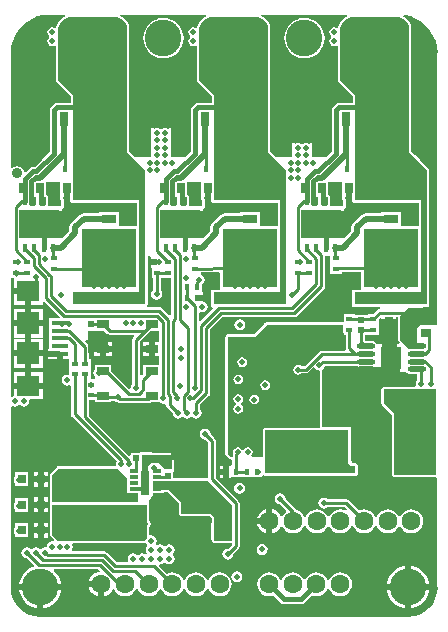
<source format=gtl>
G04 Layer_Physical_Order=1*
G04 Layer_Color=255*
%FSAX25Y25*%
%MOIN*%
G70*
G01*
G75*
%ADD10R,0.01969X0.02047*%
%ADD11R,0.02165X0.01772*%
%ADD12R,0.02047X0.01969*%
%ADD13R,0.02756X0.03543*%
%ADD14R,0.01772X0.02165*%
%ADD15R,0.01181X0.03150*%
%ADD16R,0.13307X0.09646*%
%ADD17R,0.04331X0.06693*%
%ADD18R,0.02756X0.05118*%
%ADD19R,0.04331X0.03347*%
%ADD20R,0.06693X0.04331*%
%ADD21R,0.03347X0.04331*%
%ADD22R,0.05118X0.02756*%
%ADD23R,0.03937X0.02559*%
%ADD24R,0.02756X0.03150*%
%ADD25O,0.06102X0.01772*%
%ADD26R,0.06811X0.07284*%
%ADD27R,0.13780X0.12300*%
%ADD28R,0.03543X0.02756*%
%ADD29R,0.05512X0.20866*%
%ADD30R,0.10236X0.03740*%
%ADD31R,0.09843X0.03740*%
%ADD32R,0.03740X0.10236*%
%ADD33R,0.03740X0.09843*%
%ADD34R,0.03150X0.08189*%
%ADD35R,0.02756X0.01181*%
%ADD36R,0.07500X0.07500*%
%ADD37R,0.07500X0.07100*%
%ADD38R,0.05600X0.01400*%
G04:AMPARAMS|DCode=39|XSize=82.68mil|YSize=228.35mil|CornerRadius=41.34mil|HoleSize=0mil|Usage=FLASHONLY|Rotation=270.000|XOffset=0mil|YOffset=0mil|HoleType=Round|Shape=RoundedRectangle|*
%AMROUNDEDRECTD39*
21,1,0.08268,0.14567,0,0,270.0*
21,1,0.00000,0.22835,0,0,270.0*
1,1,0.08268,-0.07284,0.00000*
1,1,0.08268,-0.07284,0.00000*
1,1,0.08268,0.07284,0.00000*
1,1,0.08268,0.07284,0.00000*
%
%ADD39ROUNDEDRECTD39*%
%ADD40C,0.01000*%
%ADD41C,0.02000*%
%ADD42C,0.01500*%
%ADD43C,0.01200*%
%ADD44C,0.04000*%
%ADD45C,0.12205*%
%ADD46C,0.03543*%
%ADD47C,0.06300*%
%ADD48C,0.07087*%
%ADD49C,0.02000*%
G36*
X0575116Y0331157D02*
Y0330272D01*
X0577199D01*
Y0328272D01*
X0575116D01*
Y0327386D01*
X0575316D01*
Y0324043D01*
X0575602D01*
Y0319985D01*
X0575232Y0319431D01*
X0575092Y0318728D01*
X0575232Y0318026D01*
X0575630Y0317431D01*
X0576225Y0317033D01*
X0576928Y0316893D01*
X0577630Y0317033D01*
X0578225Y0317431D01*
X0578623Y0318026D01*
X0578763Y0318728D01*
X0578623Y0319431D01*
X0578253Y0319985D01*
Y0324043D01*
X0581674D01*
Y0311824D01*
X0581212Y0311633D01*
X0578807Y0314037D01*
X0578377Y0314325D01*
X0577870Y0314425D01*
X0573808D01*
Y0314971D01*
X0573953Y0315188D01*
X0574015Y0315500D01*
Y0331500D01*
X0574758D01*
X0575116Y0331157D01*
D02*
G37*
G36*
X0670199Y0285500D02*
Y0259000D01*
Y0258500D01*
X0656199D01*
Y0259384D01*
X0656199Y0278847D01*
X0652699Y0282347D01*
X0652699Y0287000D01*
X0670199D01*
Y0285500D01*
D02*
G37*
G36*
X0639199Y0306000D02*
X0639516Y0305683D01*
Y0305242D01*
X0639957D01*
X0640078Y0305121D01*
Y0300780D01*
X0640078Y0300780D01*
X0640153Y0300401D01*
X0640134Y0300308D01*
X0639862Y0299901D01*
X0632009D01*
X0631580Y0299816D01*
X0631216Y0299573D01*
X0631216Y0299573D01*
X0626265Y0294621D01*
X0625374D01*
X0625353Y0294654D01*
X0624823Y0295007D01*
X0624199Y0295131D01*
X0623575Y0295007D01*
X0623046Y0294654D01*
X0622692Y0294124D01*
X0622568Y0293500D01*
X0622692Y0292876D01*
X0623046Y0292347D01*
X0623575Y0291993D01*
X0624199Y0291869D01*
X0624823Y0291993D01*
X0625353Y0292347D01*
X0625374Y0292378D01*
X0626729D01*
X0626729Y0292378D01*
X0627158Y0292464D01*
X0627522Y0292707D01*
X0629216Y0294401D01*
X0629775Y0294252D01*
X0630046Y0293847D01*
X0630575Y0293493D01*
X0631199Y0293369D01*
X0631550Y0293081D01*
X0631550Y0274500D01*
X0631315Y0274149D01*
X0613199Y0274149D01*
X0612740Y0273959D01*
X0612550Y0273500D01*
X0612550Y0264500D01*
X0608780D01*
X0608569Y0265000D01*
X0608820Y0265376D01*
X0608945Y0266000D01*
X0608820Y0266624D01*
X0608467Y0267154D01*
X0607938Y0267507D01*
X0607313Y0267631D01*
X0606689Y0267507D01*
X0606160Y0267154D01*
X0606000Y0266914D01*
X0605398D01*
X0605238Y0267154D01*
X0604709Y0267507D01*
X0604085Y0267631D01*
X0603461Y0267507D01*
X0602931Y0267154D01*
X0602578Y0266624D01*
X0602454Y0266000D01*
X0602478Y0265879D01*
X0602435Y0265815D01*
X0602349Y0265386D01*
X0602349Y0265386D01*
Y0264500D01*
X0601699D01*
X0600699Y0265500D01*
X0600699Y0304500D01*
X0609699Y0304500D01*
X0613699Y0308500D01*
X0627199Y0308500D01*
X0636699D01*
D01*
X0639199D01*
Y0306000D01*
D02*
G37*
G36*
X0598184Y0325618D02*
Y0321000D01*
X0598234Y0320749D01*
X0598194Y0320613D01*
X0597938Y0320249D01*
X0595192D01*
Y0314318D01*
X0595490D01*
X0595681Y0313856D01*
X0591487Y0309662D01*
X0591025Y0309853D01*
Y0312545D01*
X0591437Y0312801D01*
X0591525Y0312799D01*
X0592199Y0312665D01*
X0592901Y0312804D01*
X0593497Y0313202D01*
X0593895Y0313798D01*
X0594034Y0314500D01*
X0593895Y0315202D01*
X0593497Y0315798D01*
X0592901Y0316196D01*
X0592357Y0316304D01*
Y0316500D01*
X0590471D01*
Y0318500D01*
X0592357D01*
Y0319583D01*
X0592157D01*
Y0321975D01*
X0592497Y0322202D01*
X0592895Y0322798D01*
X0593034Y0323500D01*
X0592895Y0324202D01*
X0592497Y0324798D01*
X0591901Y0325196D01*
X0591695Y0325419D01*
X0591865Y0325921D01*
X0597829Y0325970D01*
X0598184Y0325618D01*
D02*
G37*
G36*
X0617000Y0321000D02*
X0599000D01*
X0599000Y0340500D01*
X0617000D01*
X0617000Y0321000D01*
D02*
G37*
G36*
X0570000D02*
X0552000D01*
X0552000Y0340500D01*
X0570000D01*
X0570000Y0321000D01*
D02*
G37*
G36*
X0567199Y0257500D02*
Y0252500D01*
X0570699D01*
Y0249500D01*
X0542199D01*
X0542199Y0258500D01*
X0544199Y0260500D01*
X0564199D01*
X0567199Y0257500D01*
D02*
G37*
G36*
X0640699Y0273500D02*
Y0262500D01*
X0641699Y0261500D01*
X0643199Y0261500D01*
X0643199Y0259000D01*
X0613199Y0259000D01*
X0613199Y0273500D01*
X0640699Y0273500D01*
D02*
G37*
G36*
X0594199Y0256500D02*
X0602199Y0248500D01*
X0602199Y0236500D01*
X0596199Y0236500D01*
Y0244500D01*
X0595199Y0245500D01*
X0585199D01*
Y0249500D01*
X0581199Y0253500D01*
X0575699D01*
Y0256500D01*
X0594199Y0256500D01*
D02*
G37*
G36*
X0577874Y0302646D02*
X0576270D01*
Y0300366D01*
Y0298087D01*
X0577874D01*
Y0295213D01*
X0572502D01*
Y0292240D01*
X0571952Y0291690D01*
X0571490Y0291882D01*
Y0302980D01*
X0575065Y0306554D01*
X0577874D01*
Y0302646D01*
D02*
G37*
G36*
X0634816Y0329086D02*
X0634816D01*
Y0328914D01*
X0634816D01*
Y0327797D01*
X0634775Y0327736D01*
X0634675Y0327228D01*
X0634775Y0326721D01*
X0634816Y0326660D01*
Y0325542D01*
X0638582D01*
Y0325997D01*
X0645184D01*
Y0321000D01*
X0645234Y0320749D01*
X0645194Y0320613D01*
X0644938Y0320249D01*
X0642192D01*
Y0314318D01*
X0650485D01*
Y0314318D01*
X0650854D01*
Y0314318D01*
X0651410D01*
X0651428Y0313825D01*
X0650920Y0313725D01*
X0650490Y0313437D01*
X0649010Y0311958D01*
X0647498D01*
X0647317Y0311958D01*
X0647317Y0311958D01*
X0647023Y0311898D01*
Y0311898D01*
X0643375D01*
Y0311898D01*
X0643082Y0311958D01*
X0643082Y0311958D01*
X0642900Y0311958D01*
X0639316D01*
Y0309412D01*
X0639199Y0309316D01*
X0636699D01*
X0636699Y0309316D01*
X0636699Y0309316D01*
X0627199D01*
X0613699Y0309316D01*
X0613699Y0309316D01*
X0613387Y0309254D01*
X0613122Y0309077D01*
X0613122Y0309077D01*
X0613096Y0309050D01*
X0612659D01*
Y0308614D01*
X0609361Y0305316D01*
X0600699Y0305316D01*
X0600387Y0305254D01*
X0600122Y0305077D01*
X0599945Y0304812D01*
X0599883Y0304500D01*
X0599883Y0265500D01*
X0599945Y0265188D01*
X0600122Y0264923D01*
X0600122Y0264923D01*
X0601122Y0263923D01*
X0601122Y0263923D01*
X0601387Y0263746D01*
X0601699Y0263684D01*
X0602145Y0263559D01*
Y0261945D01*
X0601813Y0261583D01*
X0600927D01*
Y0259500D01*
Y0257417D01*
X0601813D01*
Y0257617D01*
X0605157D01*
Y0257617D01*
X0605242D01*
Y0257617D01*
X0608613D01*
Y0257617D01*
X0608785D01*
Y0257617D01*
X0612157D01*
Y0258220D01*
X0612479Y0258361D01*
X0612657Y0258400D01*
X0612887Y0258246D01*
X0613199Y0258184D01*
X0643199Y0258184D01*
X0643511Y0258246D01*
X0643776Y0258423D01*
X0643953Y0258688D01*
X0644015Y0259000D01*
X0644015Y0260401D01*
X0644034Y0260500D01*
X0644015Y0260599D01*
X0644015Y0261500D01*
X0643953Y0261812D01*
X0643776Y0262077D01*
X0643511Y0262254D01*
X0643199Y0262316D01*
X0642298Y0262316D01*
X0642199Y0262335D01*
X0641952Y0262584D01*
X0641956Y0262619D01*
X0642157Y0263000D01*
X0641699D01*
X0641699Y0274500D01*
X0641056D01*
X0640764Y0274303D01*
X0640699Y0274316D01*
X0639298D01*
X0639199Y0274335D01*
X0639100Y0274316D01*
X0636298Y0274316D01*
X0636199Y0274335D01*
X0636100Y0274316D01*
X0633298D01*
X0633199Y0274335D01*
X0633101Y0274316D01*
X0632835D01*
X0632766Y0274342D01*
X0632633Y0274500D01*
X0632199D01*
X0632199Y0293500D01*
X0632689Y0293990D01*
X0632895Y0294298D01*
X0633013Y0294895D01*
X0642497D01*
X0642622Y0294661D01*
X0643769D01*
X0643813Y0294632D01*
X0644471Y0294501D01*
X0646636D01*
Y0294500D01*
X0653395Y0294500D01*
X0654199Y0294500D01*
Y0297500D01*
Y0301000D01*
X0652065Y0301000D01*
Y0302142D01*
X0650794D01*
X0650794Y0302142D01*
X0650294Y0302140D01*
X0650017Y0302554D01*
X0649459Y0302927D01*
X0648802Y0303057D01*
X0646792D01*
X0646525Y0303325D01*
Y0305097D01*
X0647023Y0305102D01*
X0647317Y0305043D01*
Y0305043D01*
X0647498Y0305043D01*
X0651082D01*
Y0308414D01*
X0651082D01*
Y0308586D01*
X0651082D01*
Y0310280D01*
X0651565Y0310763D01*
X0652065Y0310556D01*
Y0310500D01*
X0656821D01*
Y0311175D01*
X0657383D01*
Y0303500D01*
X0657383Y0303500D01*
X0657445Y0303188D01*
X0657622Y0302923D01*
X0657942Y0302604D01*
X0657751Y0302142D01*
X0657199D01*
Y0301000D01*
X0656199D01*
Y0297500D01*
Y0294500D01*
X0658199Y0294500D01*
X0658199Y0292858D01*
X0659605D01*
X0659605Y0292858D01*
X0660105Y0292860D01*
X0660381Y0292446D01*
X0660939Y0292073D01*
X0661597Y0291943D01*
X0663874D01*
Y0290156D01*
X0663504Y0289602D01*
X0663364Y0288900D01*
X0663480Y0288316D01*
X0663203Y0287816D01*
X0662798D01*
X0662699Y0287835D01*
X0662601Y0287816D01*
X0659798D01*
X0659699Y0287835D01*
X0659601Y0287816D01*
X0656798D01*
X0656699Y0287835D01*
X0656601Y0287816D01*
X0653798D01*
X0653699Y0287835D01*
X0653601Y0287816D01*
X0652699D01*
X0652387Y0287754D01*
X0652122Y0287577D01*
X0651945Y0287312D01*
X0651883Y0287000D01*
Y0286099D01*
X0651864Y0286000D01*
X0651883Y0285901D01*
X0651883Y0283098D01*
X0651864Y0283000D01*
X0651883Y0282902D01*
Y0282347D01*
X0651883Y0282347D01*
X0651945Y0282034D01*
X0652122Y0281770D01*
X0652122Y0281770D01*
X0655383Y0278509D01*
X0655383Y0259384D01*
Y0258500D01*
X0655445Y0258188D01*
X0655622Y0257923D01*
X0655887Y0257746D01*
X0656199Y0257684D01*
X0670199D01*
X0670578Y0257250D01*
Y0221000D01*
X0670590Y0220935D01*
X0670407Y0219069D01*
X0669843Y0217212D01*
X0668929Y0215501D01*
X0667698Y0214001D01*
X0666198Y0212770D01*
X0664487Y0211856D01*
X0662630Y0211293D01*
X0660764Y0211109D01*
X0660699Y0211122D01*
X0538199D01*
X0538134Y0211109D01*
X0536268Y0211293D01*
X0534411Y0211856D01*
X0532700Y0212770D01*
X0531200Y0214001D01*
X0529970Y0215501D01*
X0529055Y0217212D01*
X0528492Y0219069D01*
X0528308Y0220935D01*
X0528321Y0221000D01*
Y0281155D01*
X0528821Y0281422D01*
X0528997Y0281304D01*
X0529699Y0281165D01*
X0530401Y0281304D01*
X0530861Y0281611D01*
X0531199Y0281668D01*
X0531537Y0281611D01*
X0531997Y0281304D01*
X0532699Y0281165D01*
X0533401Y0281304D01*
X0533997Y0281702D01*
X0534395Y0282298D01*
X0534534Y0283000D01*
X0534482Y0283263D01*
X0534799Y0283650D01*
X0538949D01*
Y0287200D01*
X0534199D01*
X0529449D01*
Y0284786D01*
X0528997Y0284696D01*
X0528821Y0284578D01*
X0528321Y0284845D01*
Y0324043D01*
X0529449D01*
Y0320748D01*
X0534199D01*
Y0319748D01*
X0535199D01*
Y0315198D01*
X0538949D01*
Y0316168D01*
X0539449Y0316375D01*
X0544762Y0311063D01*
X0544499Y0310618D01*
X0541099D01*
Y0307618D01*
Y0305059D01*
Y0300500D01*
X0540899D01*
Y0299800D01*
X0544699D01*
Y0298800D01*
X0545699D01*
Y0297100D01*
X0547816D01*
Y0293814D01*
X0547816D01*
Y0293642D01*
X0547816D01*
Y0292107D01*
X0547430Y0291789D01*
X0547199Y0291835D01*
X0546497Y0291696D01*
X0545901Y0291298D01*
X0545504Y0290702D01*
X0545364Y0290000D01*
X0545504Y0289298D01*
X0545901Y0288702D01*
X0546497Y0288304D01*
X0547199Y0288165D01*
X0547874Y0288299D01*
X0547961Y0288301D01*
X0548374Y0288045D01*
Y0278737D01*
X0548475Y0278230D01*
X0548762Y0277800D01*
X0563586Y0262976D01*
X0563404Y0262702D01*
X0563264Y0262000D01*
X0563323Y0261702D01*
X0563006Y0261316D01*
X0544199D01*
X0544199Y0261316D01*
X0543887Y0261254D01*
X0543622Y0261077D01*
X0543622Y0261077D01*
X0541622Y0259077D01*
X0541446Y0258812D01*
X0541383Y0258500D01*
X0541384Y0258500D01*
X0541383Y0249500D01*
X0541445Y0249188D01*
X0541571Y0249000D01*
X0541445Y0248812D01*
X0541383Y0248500D01*
X0541384Y0238500D01*
X0541384Y0238500D01*
X0541446Y0238188D01*
X0541622Y0237923D01*
X0541622Y0237923D01*
X0542825Y0236721D01*
X0542579Y0236260D01*
X0542199Y0236335D01*
X0541497Y0236196D01*
X0540901Y0235798D01*
X0540504Y0235202D01*
X0540397Y0234667D01*
X0540364Y0234500D01*
X0539895Y0234296D01*
X0539699Y0234335D01*
X0538997Y0234196D01*
X0538401Y0233798D01*
X0537997D01*
X0537401Y0234196D01*
X0536699Y0234335D01*
X0535997Y0234196D01*
X0535401Y0233798D01*
X0534997D01*
X0534401Y0234196D01*
X0533699Y0234335D01*
X0532997Y0234196D01*
X0532401Y0233798D01*
X0532004Y0233202D01*
X0531864Y0232500D01*
X0532004Y0231798D01*
X0532401Y0231202D01*
X0532997Y0230804D01*
X0533650Y0230675D01*
X0536093Y0228231D01*
X0535972Y0227746D01*
X0535468Y0227593D01*
X0534234Y0226934D01*
X0533153Y0226046D01*
X0532265Y0224965D01*
X0531606Y0223731D01*
X0531200Y0222392D01*
X0531161Y0222000D01*
X0545237D01*
X0545199Y0222392D01*
X0544793Y0223731D01*
X0544133Y0224965D01*
X0543246Y0226046D01*
X0542602Y0226574D01*
X0542781Y0227075D01*
X0557576D01*
X0558070Y0226580D01*
X0557910Y0226106D01*
X0557431Y0226043D01*
X0556421Y0225625D01*
X0555554Y0224960D01*
X0554889Y0224093D01*
X0554471Y0223083D01*
X0554460Y0223000D01*
X0558514D01*
Y0222000D01*
X0559514D01*
Y0217946D01*
X0559597Y0217957D01*
X0560607Y0218375D01*
X0561474Y0219040D01*
X0562139Y0219907D01*
X0562289Y0220268D01*
X0562830D01*
X0562938Y0220008D01*
X0563571Y0219183D01*
X0564396Y0218550D01*
X0565357Y0218152D01*
X0566388Y0218016D01*
X0567419Y0218152D01*
X0568380Y0218550D01*
X0569205Y0219183D01*
X0569838Y0220008D01*
X0570054Y0220530D01*
X0570596D01*
X0570812Y0220008D01*
X0571445Y0219183D01*
X0572270Y0218550D01*
X0573231Y0218152D01*
X0574262Y0218016D01*
X0575293Y0218152D01*
X0576254Y0218550D01*
X0577079Y0219183D01*
X0577712Y0220008D01*
X0577942Y0220561D01*
X0578483D01*
X0578712Y0220008D01*
X0579345Y0219183D01*
X0580170Y0218550D01*
X0581131Y0218152D01*
X0582162Y0218016D01*
X0583193Y0218152D01*
X0584154Y0218550D01*
X0584979Y0219183D01*
X0585612Y0220008D01*
X0585842Y0220561D01*
X0586383D01*
X0586612Y0220008D01*
X0587245Y0219183D01*
X0588070Y0218550D01*
X0589031Y0218152D01*
X0590062Y0218016D01*
X0591093Y0218152D01*
X0592054Y0218550D01*
X0592879Y0219183D01*
X0593512Y0220008D01*
X0593728Y0220530D01*
X0594270D01*
X0594486Y0220008D01*
X0595119Y0219183D01*
X0595944Y0218550D01*
X0596905Y0218152D01*
X0597936Y0218016D01*
X0598967Y0218152D01*
X0599928Y0218550D01*
X0600753Y0219183D01*
X0601386Y0220008D01*
X0601785Y0220969D01*
X0601920Y0222000D01*
X0601785Y0223031D01*
X0601386Y0223992D01*
X0600753Y0224817D01*
X0599928Y0225450D01*
X0598967Y0225848D01*
X0597936Y0225984D01*
X0596905Y0225848D01*
X0595944Y0225450D01*
X0595119Y0224817D01*
X0594486Y0223992D01*
X0594270Y0223470D01*
X0593728D01*
X0593512Y0223992D01*
X0592879Y0224817D01*
X0592054Y0225450D01*
X0591093Y0225848D01*
X0590062Y0225984D01*
X0589031Y0225848D01*
X0588070Y0225450D01*
X0587245Y0224817D01*
X0586612Y0223992D01*
X0586383Y0223439D01*
X0585842D01*
X0585612Y0223992D01*
X0584979Y0224817D01*
X0584154Y0225450D01*
X0583193Y0225848D01*
X0582162Y0225984D01*
X0581131Y0225848D01*
X0580464Y0225572D01*
X0577803Y0228234D01*
X0578049Y0228695D01*
X0578199Y0228665D01*
X0578901Y0228804D01*
X0579361Y0229111D01*
X0579699Y0229168D01*
X0580037Y0229111D01*
X0580497Y0228804D01*
X0581199Y0228665D01*
X0581901Y0228804D01*
X0582497Y0229202D01*
X0582895Y0229798D01*
X0583034Y0230500D01*
X0582895Y0231202D01*
X0582497Y0231798D01*
Y0232202D01*
X0582895Y0232798D01*
X0583034Y0233500D01*
X0582895Y0234202D01*
X0582497Y0234798D01*
X0581901Y0235196D01*
X0581199Y0235335D01*
X0580497Y0235196D01*
X0580037Y0234889D01*
X0579699Y0234832D01*
X0579361Y0234889D01*
X0578901Y0235196D01*
X0578199Y0235335D01*
X0577497Y0235196D01*
X0577120Y0234944D01*
X0576840Y0235049D01*
X0576733Y0235556D01*
X0576895Y0235798D01*
X0577034Y0236500D01*
X0576895Y0237202D01*
X0576689Y0237510D01*
X0576209Y0237990D01*
X0575901Y0238196D01*
X0575199Y0238335D01*
X0574901Y0238276D01*
X0574515Y0238593D01*
X0574515Y0240729D01*
X0574895Y0241298D01*
X0575034Y0242000D01*
X0574895Y0242702D01*
X0574515Y0243271D01*
X0574515Y0248500D01*
Y0249858D01*
X0574719Y0250273D01*
X0575199D01*
Y0251000D01*
X0576699Y0252500D01*
X0579475D01*
Y0252684D01*
X0580861D01*
X0584383Y0249162D01*
Y0245500D01*
X0584445Y0245188D01*
X0584622Y0244923D01*
X0584887Y0244746D01*
X0585199Y0244684D01*
X0594861D01*
X0595046Y0244500D01*
X0595199D01*
Y0244346D01*
X0595383Y0244162D01*
Y0242370D01*
X0595199D01*
X0595199Y0236630D01*
X0595383D01*
Y0236500D01*
X0595445Y0236188D01*
X0595622Y0235923D01*
X0595887Y0235746D01*
X0596199Y0235684D01*
X0601974Y0235684D01*
Y0235149D01*
X0600650Y0233825D01*
X0599997Y0233696D01*
X0599401Y0233298D01*
X0599004Y0232702D01*
X0598864Y0232000D01*
X0599004Y0231298D01*
X0599401Y0230702D01*
X0599997Y0230304D01*
X0600699Y0230165D01*
X0601401Y0230304D01*
X0601997Y0230702D01*
X0602395Y0231298D01*
X0602525Y0231951D01*
X0604236Y0233663D01*
X0604524Y0234093D01*
X0604625Y0234600D01*
Y0248956D01*
X0604524Y0249463D01*
X0604236Y0249893D01*
X0596625Y0257505D01*
Y0269900D01*
X0596524Y0270407D01*
X0596236Y0270837D01*
X0595025Y0272049D01*
X0594895Y0272702D01*
X0594497Y0273298D01*
X0593901Y0273696D01*
X0593199Y0273835D01*
X0592497Y0273696D01*
X0591901Y0273298D01*
X0591504Y0272702D01*
X0591364Y0272000D01*
X0591504Y0271298D01*
X0591901Y0270702D01*
X0592497Y0270304D01*
X0593150Y0270175D01*
X0593974Y0269351D01*
Y0257316D01*
X0582523Y0257316D01*
Y0258217D01*
X0582525Y0258226D01*
X0582523Y0258235D01*
Y0259431D01*
X0582723D01*
Y0263399D01*
X0582199D01*
Y0260317D01*
X0579882Y0260317D01*
X0577699Y0262500D01*
X0575398Y0262500D01*
X0574199Y0261301D01*
X0574199Y0258801D01*
X0572199D01*
Y0263301D01*
Y0265000D01*
X0581699D01*
Y0265824D01*
X0575297D01*
Y0266024D01*
X0571329D01*
Y0265824D01*
X0568301D01*
Y0264926D01*
X0567839Y0264735D01*
X0554342Y0278232D01*
Y0283271D01*
X0556360D01*
Y0282787D01*
X0561897D01*
Y0283025D01*
X0563167D01*
X0563497Y0282804D01*
X0564199Y0282665D01*
X0564245Y0282674D01*
X0564392Y0282575D01*
X0564899Y0282474D01*
X0574204D01*
X0574711Y0282575D01*
X0575027Y0282787D01*
X0577845D01*
X0577901Y0282702D01*
X0578497Y0282304D01*
X0579199Y0282165D01*
X0579474Y0282219D01*
X0579974Y0281900D01*
X0580075Y0281393D01*
X0580362Y0280963D01*
X0582374Y0278951D01*
X0582504Y0278298D01*
X0582901Y0277702D01*
X0583497Y0277304D01*
X0584199Y0277165D01*
X0584901Y0277304D01*
X0585361Y0277611D01*
X0585699Y0277668D01*
X0586037Y0277611D01*
X0586497Y0277304D01*
X0587199Y0277165D01*
X0587901Y0277304D01*
X0588361Y0277611D01*
X0588699Y0277668D01*
X0589037Y0277611D01*
X0589497Y0277304D01*
X0590199Y0277165D01*
X0590901Y0277304D01*
X0591497Y0277702D01*
X0591895Y0278298D01*
X0592034Y0279000D01*
X0591895Y0279702D01*
X0591525Y0280256D01*
Y0281951D01*
X0594336Y0284763D01*
X0594624Y0285193D01*
X0594725Y0285700D01*
Y0306888D01*
X0598911Y0311074D01*
X0622862D01*
X0623369Y0311175D01*
X0623799Y0311463D01*
X0632736Y0320400D01*
X0633024Y0320830D01*
X0633125Y0321337D01*
Y0331500D01*
X0634816D01*
Y0329086D01*
D02*
G37*
G36*
X0573699Y0248500D02*
X0573699Y0237500D01*
X0572699Y0236500D01*
X0544199D01*
X0542199Y0238500D01*
X0542199Y0248500D01*
X0573699Y0248500D01*
D02*
G37*
G36*
X0560325Y0305563D02*
X0560755Y0305275D01*
X0561262Y0305174D01*
X0569283D01*
X0569474Y0304713D01*
X0569228Y0304466D01*
X0568940Y0304036D01*
X0568839Y0303529D01*
Y0288791D01*
X0568469Y0288237D01*
X0568329Y0287534D01*
X0568350Y0287431D01*
X0567889Y0287184D01*
X0561897Y0293177D01*
Y0295213D01*
X0556360D01*
Y0293788D01*
X0555968Y0293202D01*
X0555828Y0292500D01*
X0555968Y0291798D01*
X0556360Y0291212D01*
Y0291054D01*
X0556384D01*
X0556536Y0290886D01*
X0556313Y0290386D01*
X0555082D01*
Y0293642D01*
X0555082D01*
Y0293814D01*
X0555082D01*
Y0297186D01*
X0554401D01*
Y0299500D01*
X0554199D01*
Y0301782D01*
X0554013Y0302061D01*
X0553170Y0302904D01*
X0553379Y0303402D01*
X0554199D01*
Y0306500D01*
X0556199D01*
X0556313Y0306386D01*
X0557223D01*
Y0306554D01*
X0559333D01*
X0560325Y0305563D01*
D02*
G37*
G36*
X0659716Y0411731D02*
X0661682Y0411259D01*
X0663551Y0410485D01*
X0665275Y0409428D01*
X0666814Y0408114D01*
X0668127Y0406576D01*
X0669184Y0404852D01*
X0669958Y0402983D01*
X0670430Y0401016D01*
X0670586Y0399041D01*
X0670578Y0399000D01*
Y0354000D01*
Y0308500D01*
X0668199D01*
X0664699Y0308500D01*
X0663699Y0307500D01*
X0663699Y0300500D01*
X0661199D01*
X0658199Y0303500D01*
Y0311500D01*
X0660699Y0314000D01*
X0665699D01*
Y0314518D01*
X0667608D01*
Y0315020D01*
X0667658Y0315041D01*
X0667849Y0315500D01*
Y0351500D01*
X0667658Y0351959D01*
X0667649Y0351963D01*
Y0354000D01*
D01*
X0667649Y0360199D01*
X0667459Y0360658D01*
X0664587Y0363530D01*
X0664611Y0363588D01*
X0663199Y0365000D01*
Y0365074D01*
X0663089Y0365028D01*
X0661849Y0366269D01*
X0661849Y0393000D01*
X0661848Y0393000D01*
X0661848Y0407394D01*
X0661823Y0407455D01*
X0661836Y0407521D01*
X0661682Y0408293D01*
X0661645Y0408349D01*
Y0408415D01*
X0661344Y0409143D01*
X0661297Y0409190D01*
X0661284Y0409256D01*
X0660846Y0409911D01*
X0660791Y0409948D01*
X0660765Y0410009D01*
X0660208Y0410566D01*
X0660147Y0410592D01*
X0660110Y0410647D01*
X0659455Y0411085D01*
X0659431Y0411090D01*
X0659182Y0411271D01*
X0659363Y0411759D01*
X0659716Y0411731D01*
D02*
G37*
G36*
X0573645Y0235585D02*
X0573901Y0235202D01*
Y0234798D01*
X0573504Y0234202D01*
X0573364Y0233500D01*
X0573504Y0232798D01*
X0573665Y0232556D01*
X0573558Y0232049D01*
X0573278Y0231944D01*
X0572901Y0232196D01*
X0572199Y0232335D01*
X0571497Y0232196D01*
X0571037Y0231889D01*
X0570699Y0231832D01*
X0570361Y0231889D01*
X0569901Y0232196D01*
X0569199Y0232335D01*
X0568497Y0232196D01*
X0567901Y0231798D01*
X0567504Y0231202D01*
X0567364Y0230500D01*
X0567498Y0229825D01*
X0567500Y0229738D01*
X0567244Y0229326D01*
X0563599D01*
X0560387Y0232537D01*
X0559957Y0232825D01*
X0559450Y0232926D01*
X0548913D01*
X0548646Y0233425D01*
X0548895Y0233798D01*
X0549034Y0234500D01*
X0548898Y0235184D01*
X0548888Y0235273D01*
X0549156Y0235684D01*
X0572699D01*
X0572699Y0235684D01*
X0573004Y0235745D01*
X0573015Y0235747D01*
X0573422Y0235789D01*
X0573645Y0235585D01*
D02*
G37*
G36*
X0563199Y0411000D02*
X0563593Y0411000D01*
X0564366Y0410846D01*
X0565094Y0410545D01*
X0565749Y0410107D01*
X0566306Y0409550D01*
X0566744Y0408895D01*
X0567045Y0408167D01*
X0567199Y0407394D01*
Y0407000D01*
X0567199Y0393000D01*
X0567199D01*
X0567199Y0366000D01*
X0573000Y0360199D01*
X0573000Y0351500D01*
X0573199D01*
Y0315500D01*
X0571199Y0315500D01*
Y0350000D01*
X0549000D01*
X0549000Y0385000D01*
X0544199Y0389801D01*
X0544199Y0393000D01*
X0548799Y0393000D01*
X0544199D01*
X0544199Y0407000D01*
D01*
Y0407000D01*
Y0407000D01*
X0544199Y0407394D01*
X0544353Y0408167D01*
X0544654Y0408895D01*
X0545092Y0409550D01*
X0545649Y0410107D01*
X0546304Y0410545D01*
X0547032Y0410846D01*
X0547805Y0411000D01*
X0548199Y0411000D01*
X0563199Y0411000D01*
X0563199Y0411000D01*
D02*
G37*
G36*
X0610199D02*
X0610593Y0411000D01*
X0611366Y0410846D01*
X0612094Y0410545D01*
X0612749Y0410107D01*
X0613306Y0409550D01*
X0613744Y0408895D01*
X0614045Y0408167D01*
X0614199Y0407394D01*
Y0407000D01*
X0614199Y0393000D01*
X0614199D01*
X0614199Y0366000D01*
X0620000Y0360199D01*
X0620000Y0351500D01*
X0620199D01*
Y0315500D01*
X0618199Y0315500D01*
Y0350000D01*
X0596000D01*
X0596000Y0385000D01*
X0591199Y0389801D01*
X0591199Y0393000D01*
X0609599Y0393000D01*
X0591199D01*
X0591199Y0407000D01*
D01*
Y0407000D01*
Y0407000D01*
X0591199Y0407394D01*
X0591353Y0408167D01*
X0591654Y0408895D01*
X0592092Y0409550D01*
X0592649Y0410107D01*
X0593304Y0410545D01*
X0594032Y0410846D01*
X0594805Y0411000D01*
X0595199Y0411000D01*
X0610199Y0411000D01*
X0610199Y0411000D01*
D02*
G37*
G36*
X0638699Y0350500D02*
X0639199Y0350000D01*
X0639199Y0348000D01*
X0634699D01*
Y0351500D01*
X0634199Y0352000D01*
Y0356000D01*
X0638699D01*
X0638699Y0350500D01*
D02*
G37*
G36*
X0593620Y0411378D02*
X0593056Y0411145D01*
X0593009Y0411098D01*
X0592944Y0411085D01*
X0592288Y0410647D01*
X0592251Y0410592D01*
X0592190Y0410566D01*
X0591633Y0410009D01*
X0591607Y0409948D01*
X0591552Y0409911D01*
X0591114Y0409256D01*
X0591101Y0409190D01*
X0591054Y0409143D01*
X0590753Y0408415D01*
Y0408349D01*
X0590716Y0408293D01*
X0590579Y0407604D01*
X0590239Y0407370D01*
X0590050Y0407356D01*
X0589823Y0407507D01*
X0589199Y0407631D01*
X0588575Y0407507D01*
X0588046Y0407154D01*
X0587692Y0406624D01*
X0587568Y0406000D01*
X0587692Y0405376D01*
X0588046Y0404846D01*
X0588190Y0404750D01*
Y0404250D01*
X0588046Y0404153D01*
X0587692Y0403624D01*
X0587568Y0403000D01*
X0587692Y0402376D01*
X0588046Y0401847D01*
X0588575Y0401493D01*
X0589199Y0401369D01*
X0589823Y0401493D01*
X0590050Y0401644D01*
X0590550Y0401377D01*
X0590550Y0393000D01*
X0590550Y0393000D01*
X0590550Y0389801D01*
X0590740Y0389342D01*
X0595351Y0384731D01*
Y0382377D01*
X0590699D01*
X0590172Y0382272D01*
X0589726Y0381973D01*
X0589726Y0381973D01*
X0588726Y0380973D01*
X0588427Y0380527D01*
X0588323Y0380000D01*
Y0366122D01*
X0587911Y0365710D01*
X0587911D01*
X0586701Y0364500D01*
X0581699Y0364500D01*
X0581699Y0374146D01*
X0581118D01*
Y0374078D01*
X0580618Y0373810D01*
X0580323Y0374007D01*
X0579699Y0374131D01*
X0579075Y0374007D01*
X0578828Y0373842D01*
X0578449Y0373692D01*
X0578070Y0373842D01*
X0577823Y0374007D01*
X0577199Y0374131D01*
X0576575Y0374007D01*
X0576382Y0373878D01*
X0575882Y0374146D01*
X0575199D01*
X0575199Y0364500D01*
X0569699Y0364500D01*
X0569199Y0365000D01*
Y0365074D01*
X0569089Y0365028D01*
X0567849Y0366269D01*
X0567849Y0393000D01*
X0567848Y0393000D01*
X0567848Y0407394D01*
X0567823Y0407455D01*
X0567836Y0407521D01*
X0567682Y0408293D01*
X0567645Y0408349D01*
Y0408415D01*
X0567344Y0409143D01*
X0567297Y0409190D01*
X0567284Y0409256D01*
X0566846Y0409911D01*
X0566791Y0409948D01*
X0566765Y0410009D01*
X0566208Y0410566D01*
X0566147Y0410592D01*
X0566110Y0410647D01*
X0565455Y0411085D01*
X0565389Y0411098D01*
X0565342Y0411145D01*
X0564778Y0411378D01*
X0564878Y0411878D01*
X0593521D01*
X0593620Y0411378D01*
D02*
G37*
G36*
X0541199Y0411878D02*
X0546521D01*
X0546620Y0411378D01*
X0546056Y0411145D01*
X0546009Y0411098D01*
X0545944Y0411085D01*
X0545288Y0410647D01*
X0545252Y0410592D01*
X0545190Y0410566D01*
X0544633Y0410009D01*
X0544607Y0409948D01*
X0544552Y0409911D01*
X0544114Y0409256D01*
X0544101Y0409190D01*
X0544054Y0409143D01*
X0543753Y0408415D01*
Y0408349D01*
X0543716Y0408293D01*
X0543579Y0407604D01*
X0543239Y0407370D01*
X0543050Y0407356D01*
X0542823Y0407507D01*
X0542199Y0407631D01*
X0541575Y0407507D01*
X0541046Y0407154D01*
X0540692Y0406624D01*
X0540568Y0406000D01*
X0540692Y0405376D01*
X0541046Y0404846D01*
X0541190Y0404750D01*
Y0404250D01*
X0541046Y0404153D01*
X0540692Y0403624D01*
X0540568Y0403000D01*
X0540692Y0402376D01*
X0541046Y0401847D01*
X0541575Y0401493D01*
X0542199Y0401369D01*
X0542823Y0401493D01*
X0543050Y0401644D01*
X0543550Y0401377D01*
X0543550Y0393000D01*
X0543550Y0393000D01*
X0543550Y0389801D01*
X0543740Y0389342D01*
X0548350Y0384731D01*
Y0382377D01*
X0543699D01*
X0543172Y0382272D01*
X0542726Y0381973D01*
X0542726Y0381973D01*
X0541726Y0380973D01*
X0541428Y0380527D01*
X0541323Y0380000D01*
Y0366122D01*
X0540911Y0365710D01*
D01*
X0538731Y0363530D01*
D01*
X0536299Y0361098D01*
X0535648D01*
X0535121Y0360993D01*
X0534675Y0360695D01*
X0534675Y0360695D01*
X0533353Y0359373D01*
X0532810Y0359538D01*
X0532733Y0359925D01*
X0532209Y0360710D01*
X0531425Y0361234D01*
X0530499Y0361418D01*
X0529574Y0361234D01*
X0528821Y0360731D01*
X0528462Y0360809D01*
X0528321Y0360852D01*
Y0384731D01*
Y0386075D01*
Y0390980D01*
Y0391326D01*
Y0399000D01*
X0528313Y0399041D01*
X0528468Y0401016D01*
X0528940Y0402983D01*
X0529714Y0404852D01*
X0530771Y0406576D01*
X0532085Y0408114D01*
X0533623Y0409428D01*
X0535347Y0410485D01*
X0537216Y0411259D01*
X0539183Y0411731D01*
X0541158Y0411887D01*
X0541199Y0411878D01*
D02*
G37*
G36*
X0640620Y0411378D02*
X0640056Y0411145D01*
X0640009Y0411098D01*
X0639944Y0411085D01*
X0639288Y0410647D01*
X0639252Y0410592D01*
X0639190Y0410566D01*
X0638633Y0410009D01*
X0638607Y0409948D01*
X0638552Y0409911D01*
X0638114Y0409256D01*
X0638101Y0409190D01*
X0638054Y0409143D01*
X0637753Y0408415D01*
Y0408349D01*
X0637716Y0408293D01*
X0637579Y0407604D01*
X0637239Y0407370D01*
X0637050Y0407356D01*
X0636823Y0407507D01*
X0636199Y0407631D01*
X0635575Y0407507D01*
X0635046Y0407154D01*
X0634692Y0406624D01*
X0634568Y0406000D01*
X0634692Y0405376D01*
X0635046Y0404846D01*
X0635190Y0404750D01*
Y0404250D01*
X0635046Y0404153D01*
X0634692Y0403624D01*
X0634568Y0403000D01*
X0634692Y0402376D01*
X0635046Y0401847D01*
X0635575Y0401493D01*
X0636199Y0401369D01*
X0636823Y0401493D01*
X0637050Y0401644D01*
X0637550Y0401377D01*
X0637550Y0393000D01*
X0637550Y0393000D01*
X0637550Y0389801D01*
X0637740Y0389342D01*
X0642350Y0384731D01*
Y0382377D01*
X0637699D01*
X0637172Y0382272D01*
X0636726Y0381973D01*
X0636726Y0381973D01*
X0635726Y0380973D01*
X0635428Y0380527D01*
X0635323Y0380000D01*
Y0366122D01*
X0634911Y0365710D01*
D01*
X0633701Y0364500D01*
X0628699Y0364500D01*
Y0369145D01*
X0628118D01*
Y0369077D01*
X0627618Y0368810D01*
X0627323Y0369007D01*
X0626699Y0369131D01*
X0626075Y0369007D01*
X0625828Y0368842D01*
X0625449Y0368692D01*
X0625070Y0368842D01*
X0624823Y0369007D01*
X0624199Y0369131D01*
X0623575Y0369007D01*
X0623382Y0368878D01*
X0622882Y0369145D01*
X0622199D01*
Y0364500D01*
X0616699Y0364500D01*
X0616199Y0365000D01*
Y0365074D01*
X0616089Y0365028D01*
X0614849Y0366269D01*
X0614849Y0393000D01*
X0614849Y0393000D01*
X0614849Y0407394D01*
X0614823Y0407455D01*
X0614836Y0407521D01*
X0614682Y0408293D01*
X0614645Y0408349D01*
Y0408415D01*
X0614344Y0409143D01*
X0614297Y0409190D01*
X0614284Y0409256D01*
X0613846Y0409911D01*
X0613791Y0409948D01*
X0613765Y0410009D01*
X0613208Y0410566D01*
X0613147Y0410592D01*
X0613110Y0410647D01*
X0612455Y0411085D01*
X0612389Y0411098D01*
X0612342Y0411145D01*
X0611778Y0411378D01*
X0611878Y0411878D01*
X0640521D01*
X0640620Y0411378D01*
D02*
G37*
G36*
X0591699Y0350500D02*
X0592199Y0350000D01*
X0592199Y0348000D01*
X0587699D01*
Y0351500D01*
X0587199Y0352000D01*
Y0356000D01*
X0591699D01*
X0591699Y0350500D01*
D02*
G37*
G36*
X0547955Y0351228D02*
X0548184D01*
Y0350000D01*
X0548192Y0349961D01*
Y0349751D01*
X0548234D01*
X0548246Y0349688D01*
X0548423Y0349423D01*
X0548688Y0349246D01*
X0549000Y0349184D01*
X0570383D01*
Y0341763D01*
X0570337Y0341587D01*
X0570000Y0341316D01*
X0564686D01*
X0564359Y0341680D01*
Y0346036D01*
X0557641D01*
Y0345693D01*
X0552597D01*
X0551895Y0345554D01*
X0551300Y0345156D01*
X0548401Y0342258D01*
X0548004Y0341662D01*
X0547864Y0340960D01*
Y0339760D01*
X0547199Y0339095D01*
Y0339000D01*
X0545699Y0337500D01*
X0544199D01*
Y0341000D01*
X0537699D01*
Y0343000D01*
X0544199D01*
Y0346500D01*
X0545353D01*
Y0347215D01*
X0545511Y0347246D01*
X0545776Y0347423D01*
X0545953Y0347688D01*
X0546015Y0348000D01*
X0546015Y0348902D01*
X0546034Y0349000D01*
X0546015Y0349098D01*
X0546015Y0350000D01*
X0545953Y0350312D01*
X0545776Y0350577D01*
X0545776Y0350577D01*
X0545624Y0350728D01*
X0545779Y0351228D01*
X0545955D01*
Y0354000D01*
X0547955D01*
Y0351228D01*
D02*
G37*
G36*
X0594955D02*
X0595184D01*
Y0350000D01*
X0595192Y0349961D01*
Y0349751D01*
X0595234D01*
X0595246Y0349688D01*
X0595423Y0349423D01*
X0595688Y0349246D01*
X0596000Y0349184D01*
X0617383D01*
Y0341763D01*
X0617337Y0341587D01*
X0617000Y0341316D01*
X0611686D01*
X0611359Y0341680D01*
Y0346036D01*
X0604641D01*
Y0345693D01*
X0599597D01*
X0598895Y0345554D01*
X0598300Y0345156D01*
X0595401Y0342258D01*
X0595004Y0341662D01*
X0594864Y0340960D01*
Y0339760D01*
X0594199Y0339095D01*
Y0339000D01*
X0592699Y0337500D01*
X0591199D01*
Y0341000D01*
X0584699D01*
Y0343000D01*
X0591199D01*
Y0346500D01*
X0592353D01*
Y0347215D01*
X0592511Y0347246D01*
X0592776Y0347423D01*
X0592953Y0347688D01*
X0593015Y0348000D01*
X0593015Y0348902D01*
X0593034Y0349000D01*
X0593015Y0349098D01*
X0593015Y0350000D01*
X0592953Y0350312D01*
X0592776Y0350577D01*
X0592776Y0350577D01*
X0592624Y0350728D01*
X0592779Y0351228D01*
X0592955D01*
Y0354000D01*
X0594955D01*
Y0351228D01*
D02*
G37*
G36*
X0641955D02*
X0642184D01*
Y0350000D01*
X0642192Y0349961D01*
Y0349751D01*
X0642234D01*
X0642246Y0349688D01*
X0642423Y0349423D01*
X0642688Y0349246D01*
X0643000Y0349184D01*
X0664383D01*
Y0341763D01*
X0664337Y0341587D01*
X0664000Y0341316D01*
X0658686D01*
X0658359Y0341680D01*
Y0346036D01*
X0651641D01*
Y0345693D01*
X0646597D01*
X0645895Y0345554D01*
X0645300Y0345156D01*
X0642401Y0342258D01*
X0642004Y0341662D01*
X0641864Y0340960D01*
Y0339760D01*
X0641199Y0339095D01*
Y0339000D01*
X0639699Y0337500D01*
X0638199D01*
Y0341000D01*
X0631699D01*
Y0343000D01*
X0638199D01*
Y0346500D01*
X0639353D01*
Y0347215D01*
X0639511Y0347246D01*
X0639776Y0347423D01*
X0639953Y0347688D01*
X0640015Y0348000D01*
X0640015Y0348902D01*
X0640034Y0349000D01*
X0640015Y0349098D01*
X0640015Y0350000D01*
X0639953Y0350312D01*
X0639776Y0350577D01*
X0639776Y0350577D01*
X0639624Y0350728D01*
X0639779Y0351228D01*
X0639955D01*
Y0354000D01*
X0641955D01*
Y0351228D01*
D02*
G37*
G36*
X0657199Y0411000D02*
X0657593Y0411000D01*
X0658366Y0410846D01*
X0659094Y0410545D01*
X0659749Y0410107D01*
X0660306Y0409550D01*
X0660744Y0408895D01*
X0661045Y0408167D01*
X0661199Y0407394D01*
Y0407000D01*
X0661199Y0393000D01*
X0661199D01*
X0661199Y0366000D01*
X0667000Y0360199D01*
X0667000Y0351500D01*
X0667199D01*
Y0315500D01*
X0665199Y0315500D01*
Y0350000D01*
X0643000D01*
X0643000Y0385000D01*
X0638199Y0389801D01*
X0638199Y0393000D01*
X0656599Y0393000D01*
X0638199D01*
X0638199Y0407000D01*
D01*
Y0407000D01*
Y0407000D01*
X0638199Y0407394D01*
X0638353Y0408167D01*
X0638654Y0408895D01*
X0639092Y0409550D01*
X0639649Y0410107D01*
X0640304Y0410545D01*
X0641032Y0410846D01*
X0641805Y0411000D01*
X0642199Y0411000D01*
X0657199Y0411000D01*
X0657199Y0411000D01*
D02*
G37*
G36*
X0544699Y0350500D02*
X0545199Y0350000D01*
X0545199Y0348000D01*
X0540699D01*
Y0351500D01*
X0540199Y0352000D01*
Y0356000D01*
X0544699D01*
X0544699Y0350500D01*
D02*
G37*
G36*
X0664000Y0321000D02*
X0646000D01*
X0646000Y0340500D01*
X0664000D01*
X0664000Y0321000D01*
D02*
G37*
%LPC*%
G36*
X0604199Y0285320D02*
X0603575Y0285196D01*
X0603046Y0284842D01*
X0602692Y0284313D01*
X0602568Y0283689D01*
X0602692Y0283065D01*
X0603046Y0282535D01*
X0603285Y0282376D01*
Y0281774D01*
X0603046Y0281614D01*
X0602692Y0281085D01*
X0602568Y0280461D01*
X0602692Y0279836D01*
X0603046Y0279307D01*
X0603575Y0278954D01*
X0604199Y0278829D01*
X0604823Y0278954D01*
X0605353Y0279307D01*
X0605706Y0279836D01*
X0605830Y0280461D01*
X0605706Y0281085D01*
X0605353Y0281614D01*
X0605113Y0281774D01*
Y0282376D01*
X0605353Y0282535D01*
X0605706Y0283065D01*
X0605830Y0283689D01*
X0605706Y0284313D01*
X0605353Y0284842D01*
X0604823Y0285196D01*
X0604199Y0285320D01*
D02*
G37*
G36*
X0609546Y0285190D02*
X0608921Y0285066D01*
X0608392Y0284713D01*
X0608038Y0284183D01*
X0607914Y0283559D01*
X0608038Y0282935D01*
X0608392Y0282405D01*
X0608921Y0282052D01*
X0609546Y0281928D01*
X0610170Y0282052D01*
X0610699Y0282405D01*
X0611053Y0282935D01*
X0611177Y0283559D01*
X0611053Y0284183D01*
X0610699Y0284713D01*
X0610170Y0285066D01*
X0609546Y0285190D01*
D02*
G37*
G36*
X0613140Y0289978D02*
X0612516Y0289854D01*
X0611986Y0289500D01*
X0611633Y0288971D01*
X0611509Y0288347D01*
X0611633Y0287722D01*
X0611986Y0287193D01*
X0612516Y0286839D01*
X0613140Y0286715D01*
X0613764Y0286839D01*
X0614294Y0287193D01*
X0614647Y0287722D01*
X0614771Y0288347D01*
X0614647Y0288971D01*
X0614294Y0289500D01*
X0613764Y0289854D01*
X0613140Y0289978D01*
D02*
G37*
G36*
X0605428Y0297631D02*
X0604803Y0297507D01*
X0604274Y0297153D01*
X0603920Y0296624D01*
X0603796Y0296000D01*
X0603920Y0295376D01*
X0604274Y0294847D01*
X0604803Y0294493D01*
X0605428Y0294369D01*
X0606052Y0294493D01*
X0606581Y0294847D01*
X0606935Y0295376D01*
X0607059Y0296000D01*
X0606935Y0296624D01*
X0606581Y0297153D01*
X0606052Y0297507D01*
X0605428Y0297631D01*
D02*
G37*
G36*
X0604199Y0291903D02*
X0603575Y0291779D01*
X0603046Y0291425D01*
X0602692Y0290896D01*
X0602568Y0290272D01*
X0602692Y0289647D01*
X0603046Y0289118D01*
X0603575Y0288765D01*
X0604199Y0288640D01*
X0604823Y0288765D01*
X0605353Y0289118D01*
X0605706Y0289647D01*
X0605830Y0290272D01*
X0605706Y0290896D01*
X0605353Y0291425D01*
X0604823Y0291779D01*
X0604199Y0291903D01*
D02*
G37*
G36*
X0574270Y0302646D02*
X0572301D01*
Y0301366D01*
X0574270D01*
Y0302646D01*
D02*
G37*
G36*
Y0299366D02*
X0572301D01*
Y0298087D01*
X0574270D01*
Y0299366D01*
D02*
G37*
G36*
X0613577Y0247054D02*
X0613494Y0247043D01*
X0612484Y0246625D01*
X0611617Y0245960D01*
X0610952Y0245093D01*
X0610534Y0244083D01*
X0610523Y0244000D01*
X0613577D01*
Y0247054D01*
D02*
G37*
G36*
X0583581Y0248339D02*
X0583581Y0244500D01*
X0583581D01*
Y0248339D01*
D02*
G37*
G36*
X0618199Y0252335D02*
X0617497Y0252196D01*
X0616901Y0251798D01*
X0616504Y0251202D01*
X0616364Y0250500D01*
X0616504Y0249798D01*
X0616901Y0249202D01*
X0617497Y0248804D01*
X0618150Y0248675D01*
X0620143Y0246682D01*
X0620110Y0246183D01*
X0619634Y0245817D01*
X0619001Y0244992D01*
X0618893Y0244732D01*
X0618352D01*
X0618202Y0245093D01*
X0617537Y0245960D01*
X0616670Y0246625D01*
X0615660Y0247043D01*
X0615577Y0247054D01*
Y0243000D01*
Y0238946D01*
X0615660Y0238957D01*
X0616670Y0239375D01*
X0617537Y0240040D01*
X0618202Y0240907D01*
X0618352Y0241268D01*
X0618893D01*
X0619001Y0241008D01*
X0619634Y0240183D01*
X0620459Y0239550D01*
X0621420Y0239152D01*
X0622451Y0239016D01*
X0623482Y0239152D01*
X0624443Y0239550D01*
X0625268Y0240183D01*
X0625901Y0241008D01*
X0626118Y0241530D01*
X0626659D01*
X0626875Y0241008D01*
X0627508Y0240183D01*
X0628333Y0239550D01*
X0629294Y0239152D01*
X0630325Y0239016D01*
X0631356Y0239152D01*
X0632317Y0239550D01*
X0633142Y0240183D01*
X0633775Y0241008D01*
X0634004Y0241561D01*
X0634546D01*
X0634775Y0241008D01*
X0635408Y0240183D01*
X0636233Y0239550D01*
X0637194Y0239152D01*
X0638225Y0239016D01*
X0639256Y0239152D01*
X0640217Y0239550D01*
X0641042Y0240183D01*
X0641675Y0241008D01*
X0641904Y0241561D01*
X0642446D01*
X0642675Y0241008D01*
X0643308Y0240183D01*
X0644133Y0239550D01*
X0645094Y0239152D01*
X0646125Y0239016D01*
X0647156Y0239152D01*
X0648117Y0239550D01*
X0648942Y0240183D01*
X0649575Y0241008D01*
X0649765Y0241467D01*
X0650307D01*
X0650497Y0241008D01*
X0651130Y0240183D01*
X0651955Y0239550D01*
X0652916Y0239152D01*
X0653947Y0239016D01*
X0654978Y0239152D01*
X0655939Y0239550D01*
X0656764Y0240183D01*
X0657398Y0241008D01*
X0657614Y0241530D01*
X0658155D01*
X0658371Y0241008D01*
X0659004Y0240183D01*
X0659829Y0239550D01*
X0660790Y0239152D01*
X0661821Y0239016D01*
X0662852Y0239152D01*
X0663813Y0239550D01*
X0664638Y0240183D01*
X0665272Y0241008D01*
X0665669Y0241969D01*
X0665805Y0243000D01*
X0665669Y0244031D01*
X0665272Y0244992D01*
X0664638Y0245817D01*
X0663813Y0246450D01*
X0662852Y0246848D01*
X0661821Y0246984D01*
X0660790Y0246848D01*
X0659829Y0246450D01*
X0659004Y0245817D01*
X0658371Y0244992D01*
X0658155Y0244470D01*
X0657614D01*
X0657398Y0244992D01*
X0656764Y0245817D01*
X0655939Y0246450D01*
X0654978Y0246848D01*
X0653947Y0246984D01*
X0652916Y0246848D01*
X0651955Y0246450D01*
X0651130Y0245817D01*
X0650497Y0244992D01*
X0650307Y0244533D01*
X0649765D01*
X0649575Y0244992D01*
X0648942Y0245817D01*
X0648117Y0246450D01*
X0647156Y0246848D01*
X0646125Y0246984D01*
X0645094Y0246848D01*
X0644427Y0246572D01*
X0641062Y0249937D01*
X0640632Y0250225D01*
X0640125Y0250325D01*
X0633955D01*
X0633401Y0250696D01*
X0632699Y0250835D01*
X0631997Y0250696D01*
X0631401Y0250298D01*
X0631004Y0249702D01*
X0630864Y0249000D01*
X0631004Y0248298D01*
X0631401Y0247702D01*
X0631997Y0247304D01*
X0632699Y0247165D01*
X0633401Y0247304D01*
X0633955Y0247674D01*
X0636933D01*
X0637173Y0247627D01*
X0637413Y0247674D01*
X0639576D01*
X0640289Y0246962D01*
X0640005Y0246538D01*
X0639256Y0246848D01*
X0638225Y0246984D01*
X0637194Y0246848D01*
X0636233Y0246450D01*
X0635408Y0245817D01*
X0634775Y0244992D01*
X0634546Y0244439D01*
X0634004D01*
X0633775Y0244992D01*
X0633142Y0245817D01*
X0632317Y0246450D01*
X0631356Y0246848D01*
X0630325Y0246984D01*
X0629294Y0246848D01*
X0628333Y0246450D01*
X0627508Y0245817D01*
X0626875Y0244992D01*
X0626659Y0244470D01*
X0626118D01*
X0625901Y0244992D01*
X0625268Y0245817D01*
X0624443Y0246450D01*
X0623664Y0246773D01*
X0623388Y0247185D01*
X0620025Y0250549D01*
X0619895Y0251202D01*
X0619497Y0251798D01*
X0618901Y0252196D01*
X0618199Y0252335D01*
D02*
G37*
G36*
X0537349Y0256000D02*
X0535971D01*
Y0254425D01*
X0537349D01*
Y0256000D01*
D02*
G37*
G36*
X0604585Y0255835D02*
X0603883Y0255696D01*
X0603287Y0255298D01*
X0602889Y0254702D01*
X0602750Y0254000D01*
X0602889Y0253298D01*
X0603287Y0252702D01*
X0603883Y0252304D01*
X0604585Y0252165D01*
X0605287Y0252304D01*
X0605883Y0252702D01*
X0606281Y0253298D01*
X0606420Y0254000D01*
X0606281Y0254702D01*
X0605883Y0255298D01*
X0605287Y0255696D01*
X0604585Y0255835D01*
D02*
G37*
G36*
X0540727Y0251075D02*
X0539349D01*
Y0249500D01*
X0540727D01*
Y0251075D01*
D02*
G37*
G36*
X0537349D02*
X0535971D01*
Y0249500D01*
X0537349D01*
Y0251075D01*
D02*
G37*
G36*
Y0247500D02*
X0535971D01*
Y0245925D01*
X0537349D01*
Y0247500D01*
D02*
G37*
G36*
X0540727D02*
X0539349D01*
Y0245925D01*
X0540727D01*
Y0247500D01*
D02*
G37*
G36*
X0534228Y0250875D02*
X0529872D01*
Y0249481D01*
X0529504Y0248931D01*
X0529364Y0248228D01*
X0529504Y0247526D01*
X0529872Y0246975D01*
Y0246125D01*
X0534228D01*
Y0250875D01*
D02*
G37*
G36*
X0540727Y0242575D02*
X0539349D01*
Y0241000D01*
X0540727D01*
Y0242575D01*
D02*
G37*
G36*
X0557514Y0221000D02*
X0554460D01*
X0554471Y0220917D01*
X0554889Y0219907D01*
X0555554Y0219040D01*
X0556421Y0218375D01*
X0557431Y0217957D01*
X0557514Y0217946D01*
Y0221000D01*
D02*
G37*
G36*
X0659699Y0228038D02*
X0659307Y0228000D01*
X0657968Y0227593D01*
X0656734Y0226934D01*
X0655653Y0226046D01*
X0654765Y0224965D01*
X0654106Y0223731D01*
X0653699Y0222392D01*
X0653661Y0222000D01*
X0659699D01*
Y0228038D01*
D02*
G37*
G36*
X0661699D02*
Y0222000D01*
X0667737D01*
X0667699Y0222392D01*
X0667293Y0223731D01*
X0666633Y0224965D01*
X0665746Y0226046D01*
X0664664Y0226934D01*
X0663430Y0227593D01*
X0662091Y0228000D01*
X0661699Y0228038D01*
D02*
G37*
G36*
X0667737Y0220000D02*
X0661699D01*
Y0213962D01*
X0662091Y0214000D01*
X0663430Y0214406D01*
X0664664Y0215066D01*
X0665746Y0215954D01*
X0666633Y0217035D01*
X0667293Y0218269D01*
X0667699Y0219608D01*
X0667737Y0220000D01*
D02*
G37*
G36*
X0537199D02*
X0531161D01*
X0531200Y0219608D01*
X0531606Y0218269D01*
X0532265Y0217035D01*
X0533153Y0215954D01*
X0534234Y0215066D01*
X0535468Y0214406D01*
X0536807Y0214000D01*
X0537199Y0213962D01*
Y0220000D01*
D02*
G37*
G36*
X0545237D02*
X0539199D01*
Y0213962D01*
X0539591Y0214000D01*
X0540930Y0214406D01*
X0542164Y0215066D01*
X0543246Y0215954D01*
X0544133Y0217035D01*
X0544793Y0218269D01*
X0545199Y0219608D01*
X0545237Y0220000D01*
D02*
G37*
G36*
X0659699D02*
X0653661D01*
X0653699Y0219608D01*
X0654106Y0218269D01*
X0654765Y0217035D01*
X0655653Y0215954D01*
X0656734Y0215066D01*
X0657968Y0214406D01*
X0659307Y0214000D01*
X0659699Y0213962D01*
Y0220000D01*
D02*
G37*
G36*
X0603699Y0226335D02*
X0602997Y0226196D01*
X0602401Y0225798D01*
X0602004Y0225202D01*
X0601864Y0224500D01*
X0602004Y0223798D01*
X0602401Y0223202D01*
X0602997Y0222804D01*
X0603699Y0222665D01*
X0604401Y0222804D01*
X0604997Y0223202D01*
X0605395Y0223798D01*
X0605534Y0224500D01*
X0605395Y0225202D01*
X0604997Y0225798D01*
X0604401Y0226196D01*
X0603699Y0226335D01*
D02*
G37*
G36*
X0534228Y0242375D02*
X0529872D01*
Y0240981D01*
X0529504Y0240431D01*
X0529364Y0239728D01*
X0529504Y0239026D01*
X0529872Y0238475D01*
Y0237625D01*
X0534228D01*
Y0242375D01*
D02*
G37*
G36*
X0613577Y0242000D02*
X0610523D01*
X0610534Y0241917D01*
X0610952Y0240907D01*
X0611617Y0240040D01*
X0612484Y0239375D01*
X0613494Y0238957D01*
X0613577Y0238946D01*
Y0242000D01*
D02*
G37*
G36*
X0537349Y0242575D02*
X0535971D01*
Y0241000D01*
X0537349D01*
Y0242575D01*
D02*
G37*
G36*
X0540727Y0239000D02*
X0539349D01*
Y0237425D01*
X0540727D01*
Y0239000D01*
D02*
G37*
G36*
X0638099Y0225984D02*
X0637068Y0225848D01*
X0636107Y0225450D01*
X0635282Y0224817D01*
X0634649Y0223992D01*
X0634420Y0223439D01*
X0633879D01*
X0633649Y0223992D01*
X0633016Y0224817D01*
X0632191Y0225450D01*
X0631230Y0225848D01*
X0630199Y0225984D01*
X0629168Y0225848D01*
X0628207Y0225450D01*
X0627382Y0224817D01*
X0626749Y0223992D01*
X0626533Y0223470D01*
X0625991D01*
X0625775Y0223992D01*
X0625142Y0224817D01*
X0624317Y0225450D01*
X0623356Y0225848D01*
X0622325Y0225984D01*
X0621294Y0225848D01*
X0620333Y0225450D01*
X0619508Y0224817D01*
X0618875Y0223992D01*
X0618659Y0223470D01*
X0618118D01*
X0617901Y0223992D01*
X0617268Y0224817D01*
X0616443Y0225450D01*
X0615482Y0225848D01*
X0614451Y0225984D01*
X0613420Y0225848D01*
X0612459Y0225450D01*
X0611634Y0224817D01*
X0611001Y0223992D01*
X0610603Y0223031D01*
X0610467Y0222000D01*
X0610603Y0220969D01*
X0611001Y0220008D01*
X0611634Y0219183D01*
X0612459Y0218550D01*
X0613420Y0218152D01*
X0614451Y0218016D01*
X0615482Y0218152D01*
X0615894Y0218322D01*
X0618334Y0215882D01*
X0618846Y0215540D01*
X0619451Y0215420D01*
X0625199D01*
X0625804Y0215540D01*
X0626317Y0215882D01*
X0628756Y0218322D01*
X0629168Y0218152D01*
X0630199Y0218016D01*
X0631230Y0218152D01*
X0632191Y0218550D01*
X0633016Y0219183D01*
X0633649Y0220008D01*
X0633879Y0220561D01*
X0634420D01*
X0634649Y0220008D01*
X0635282Y0219183D01*
X0636107Y0218550D01*
X0637068Y0218152D01*
X0638099Y0218016D01*
X0639130Y0218152D01*
X0640091Y0218550D01*
X0640916Y0219183D01*
X0641549Y0220008D01*
X0641948Y0220969D01*
X0642083Y0222000D01*
X0641948Y0223031D01*
X0641549Y0223992D01*
X0640916Y0224817D01*
X0640091Y0225450D01*
X0639130Y0225848D01*
X0638099Y0225984D01*
D02*
G37*
G36*
X0612199Y0235449D02*
X0611497Y0235310D01*
X0610901Y0234912D01*
X0610504Y0234316D01*
X0610364Y0233614D01*
X0610504Y0232912D01*
X0610901Y0232316D01*
X0611497Y0231919D01*
X0612199Y0231779D01*
X0612901Y0231919D01*
X0613497Y0232316D01*
X0613895Y0232912D01*
X0614034Y0233614D01*
X0613895Y0234316D01*
X0613497Y0234912D01*
X0612901Y0235310D01*
X0612199Y0235449D01*
D02*
G37*
G36*
X0537349Y0239000D02*
X0535971D01*
Y0237425D01*
X0537349D01*
Y0239000D01*
D02*
G37*
G36*
X0540727Y0256000D02*
X0539349D01*
Y0254425D01*
X0540727D01*
Y0256000D01*
D02*
G37*
G36*
X0538949Y0303750D02*
X0535199D01*
Y0300000D01*
X0538949D01*
Y0303750D01*
D02*
G37*
G36*
X0533199D02*
X0529449D01*
Y0300000D01*
X0533199D01*
Y0303750D01*
D02*
G37*
G36*
Y0308000D02*
X0529449D01*
Y0304250D01*
X0533199D01*
Y0308000D01*
D02*
G37*
G36*
X0533199Y0318748D02*
X0529449D01*
Y0315198D01*
X0533199D01*
Y0318748D01*
D02*
G37*
G36*
X0538949Y0313750D02*
X0535199D01*
Y0310000D01*
X0538949D01*
Y0313750D01*
D02*
G37*
G36*
Y0308000D02*
X0535199D01*
Y0304250D01*
X0538949D01*
Y0308000D01*
D02*
G37*
G36*
X0604699Y0310335D02*
X0603997Y0310196D01*
X0603401Y0309798D01*
X0603004Y0309202D01*
X0602864Y0308500D01*
X0603004Y0307798D01*
X0603401Y0307202D01*
X0603997Y0306804D01*
X0604699Y0306665D01*
X0605401Y0306804D01*
X0605997Y0307202D01*
X0606395Y0307798D01*
X0606534Y0308500D01*
X0606395Y0309202D01*
X0605997Y0309798D01*
X0605401Y0310196D01*
X0604699Y0310335D01*
D02*
G37*
G36*
X0533199Y0313750D02*
X0529449D01*
Y0310000D01*
X0533199D01*
Y0313750D01*
D02*
G37*
G36*
X0598927Y0261583D02*
X0598042D01*
Y0260500D01*
X0598927D01*
Y0261583D01*
D02*
G37*
G36*
X0540727Y0259575D02*
X0539349D01*
Y0258000D01*
X0540727D01*
Y0259575D01*
D02*
G37*
G36*
X0534228Y0259375D02*
X0529872D01*
Y0257981D01*
X0529504Y0257431D01*
X0529364Y0256728D01*
X0529504Y0256026D01*
X0529872Y0255475D01*
Y0254625D01*
X0534228D01*
Y0259375D01*
D02*
G37*
G36*
X0598927Y0258500D02*
X0598042D01*
Y0257417D01*
X0598927D01*
Y0258500D01*
D02*
G37*
G36*
X0537349Y0259575D02*
X0535971D01*
Y0258000D01*
X0537349D01*
Y0259575D01*
D02*
G37*
G36*
X0538949Y0298000D02*
X0535199D01*
Y0294250D01*
X0538949D01*
Y0298000D01*
D02*
G37*
G36*
X0543699Y0297800D02*
X0540899D01*
Y0297100D01*
X0543699D01*
Y0297800D01*
D02*
G37*
G36*
X0533199Y0298000D02*
X0529449D01*
Y0294250D01*
X0533199D01*
Y0298000D01*
D02*
G37*
G36*
Y0292750D02*
X0529449D01*
Y0289200D01*
X0533199D01*
Y0292750D01*
D02*
G37*
G36*
X0538949D02*
X0535199D01*
Y0289200D01*
X0538949D01*
Y0292750D01*
D02*
G37*
G36*
X0562097Y0302646D02*
X0560699D01*
Y0301366D01*
X0562097D01*
Y0302646D01*
D02*
G37*
G36*
X0558128Y0299366D02*
X0556160D01*
Y0298087D01*
X0558128D01*
Y0299366D01*
D02*
G37*
G36*
X0562097D02*
X0560128D01*
Y0298087D01*
X0562097D01*
Y0299366D01*
D02*
G37*
G36*
X0579199Y0410735D02*
X0577885Y0410605D01*
X0576622Y0410222D01*
X0575457Y0409600D01*
X0574437Y0408762D01*
X0573599Y0407742D01*
X0572977Y0406577D01*
X0572594Y0405314D01*
X0572464Y0404000D01*
X0572594Y0402686D01*
X0572977Y0401423D01*
X0573599Y0400258D01*
X0574437Y0399238D01*
X0575457Y0398400D01*
X0576622Y0397778D01*
X0577885Y0397395D01*
X0579199Y0397265D01*
X0580513Y0397395D01*
X0581776Y0397778D01*
X0582941Y0398400D01*
X0583961Y0399238D01*
X0584799Y0400258D01*
X0585421Y0401423D01*
X0585805Y0402686D01*
X0585934Y0404000D01*
X0585805Y0405314D01*
X0585421Y0406577D01*
X0584799Y0407742D01*
X0583961Y0408762D01*
X0582941Y0409600D01*
X0581776Y0410222D01*
X0580513Y0410605D01*
X0579199Y0410735D01*
D02*
G37*
G36*
X0626199D02*
X0624885Y0410605D01*
X0623622Y0410222D01*
X0622458Y0409600D01*
X0621437Y0408762D01*
X0620599Y0407742D01*
X0619977Y0406577D01*
X0619594Y0405314D01*
X0619464Y0404000D01*
X0619594Y0402686D01*
X0619977Y0401423D01*
X0620599Y0400258D01*
X0621437Y0399238D01*
X0622458Y0398400D01*
X0623622Y0397778D01*
X0624885Y0397395D01*
X0626199Y0397265D01*
X0627513Y0397395D01*
X0628776Y0397778D01*
X0629941Y0398400D01*
X0630961Y0399238D01*
X0631799Y0400258D01*
X0632421Y0401423D01*
X0632804Y0402686D01*
X0632934Y0404000D01*
X0632804Y0405314D01*
X0632421Y0406577D01*
X0631799Y0407742D01*
X0630961Y0408762D01*
X0629941Y0409600D01*
X0628776Y0410222D01*
X0627513Y0410605D01*
X0626199Y0410735D01*
D02*
G37*
%LPD*%
D10*
X0573313Y0264000D02*
D03*
X0570085D02*
D03*
D11*
X0649199Y0310272D02*
D03*
Y0306728D02*
D03*
X0641199Y0310272D02*
D03*
Y0306728D02*
D03*
X0636699Y0330772D02*
D03*
Y0327228D02*
D03*
X0589699D02*
D03*
Y0330772D02*
D03*
X0542699D02*
D03*
Y0327228D02*
D03*
X0555199Y0284957D02*
D03*
Y0288500D02*
D03*
X0549699Y0295500D02*
D03*
Y0291957D02*
D03*
X0553199D02*
D03*
Y0295500D02*
D03*
X0533699Y0329272D02*
D03*
Y0325728D02*
D03*
X0580699D02*
D03*
Y0329272D02*
D03*
X0627699D02*
D03*
Y0325728D02*
D03*
X0530199Y0329272D02*
D03*
Y0325728D02*
D03*
X0577199D02*
D03*
Y0329272D02*
D03*
X0624199D02*
D03*
Y0325728D02*
D03*
D12*
X0645199Y0306886D02*
D03*
Y0310114D02*
D03*
X0580699Y0261415D02*
D03*
Y0258187D02*
D03*
X0555199Y0305386D02*
D03*
Y0308614D02*
D03*
D13*
X0654443Y0309500D02*
D03*
X0659955D02*
D03*
X0626443Y0354000D02*
D03*
X0631955D02*
D03*
X0579443D02*
D03*
X0584955D02*
D03*
X0532443D02*
D03*
X0537955D02*
D03*
X0546955D02*
D03*
X0541443D02*
D03*
X0593955D02*
D03*
X0588443D02*
D03*
X0640955D02*
D03*
X0635443D02*
D03*
D14*
X0643971Y0360500D02*
D03*
X0640427D02*
D03*
X0593428D02*
D03*
X0596971D02*
D03*
X0549971D02*
D03*
X0546427D02*
D03*
X0610471Y0259500D02*
D03*
X0606927D02*
D03*
X0603471D02*
D03*
X0599928D02*
D03*
X0586928Y0321000D02*
D03*
X0590471D02*
D03*
X0586928Y0317500D02*
D03*
X0590471D02*
D03*
D15*
X0589424Y0349776D02*
D03*
X0586274D02*
D03*
X0583124D02*
D03*
X0579975D02*
D03*
X0589424Y0334224D02*
D03*
X0586274D02*
D03*
X0583124D02*
D03*
X0579975D02*
D03*
X0532975D02*
D03*
X0536124D02*
D03*
X0539274D02*
D03*
X0542423D02*
D03*
X0532975Y0349776D02*
D03*
X0536124D02*
D03*
X0539274D02*
D03*
X0542423D02*
D03*
X0626975Y0334224D02*
D03*
X0630124D02*
D03*
X0633274D02*
D03*
X0636423D02*
D03*
X0626975Y0349776D02*
D03*
X0630124D02*
D03*
X0633274D02*
D03*
X0636423D02*
D03*
D16*
X0584699Y0342000D02*
D03*
X0537699D02*
D03*
X0631699D02*
D03*
D17*
X0631284Y0385661D02*
D03*
Y0377000D02*
D03*
Y0368339D02*
D03*
X0666716D02*
D03*
Y0377000D02*
D03*
Y0385661D02*
D03*
X0537284D02*
D03*
Y0377000D02*
D03*
Y0368339D02*
D03*
X0572717D02*
D03*
Y0377000D02*
D03*
Y0385661D02*
D03*
X0619717D02*
D03*
Y0377000D02*
D03*
Y0368339D02*
D03*
X0584283D02*
D03*
Y0377000D02*
D03*
Y0385661D02*
D03*
D18*
X0640142Y0377000D02*
D03*
X0546142D02*
D03*
X0593142D02*
D03*
D19*
X0645653Y0370209D02*
D03*
Y0374736D02*
D03*
Y0379264D02*
D03*
Y0383791D02*
D03*
X0656677D02*
D03*
Y0379264D02*
D03*
Y0374736D02*
D03*
Y0370209D02*
D03*
X0551653D02*
D03*
Y0374736D02*
D03*
Y0379264D02*
D03*
Y0383791D02*
D03*
X0562677D02*
D03*
Y0379264D02*
D03*
Y0374736D02*
D03*
Y0370209D02*
D03*
X0609677D02*
D03*
Y0374736D02*
D03*
Y0379264D02*
D03*
Y0383791D02*
D03*
X0598654D02*
D03*
Y0379264D02*
D03*
Y0374736D02*
D03*
Y0370209D02*
D03*
D20*
X0569661Y0317284D02*
D03*
X0561000D02*
D03*
X0552339D02*
D03*
Y0352716D02*
D03*
X0561000D02*
D03*
X0569661D02*
D03*
X0616661D02*
D03*
X0608000D02*
D03*
X0599339D02*
D03*
Y0317284D02*
D03*
X0608000D02*
D03*
X0616661D02*
D03*
X0663661D02*
D03*
X0655000D02*
D03*
X0646339D02*
D03*
Y0352716D02*
D03*
X0655000D02*
D03*
X0663661D02*
D03*
D21*
X0554209Y0327323D02*
D03*
X0558736D02*
D03*
X0563264D02*
D03*
X0567791D02*
D03*
Y0338347D02*
D03*
X0563264D02*
D03*
X0558736D02*
D03*
X0554209D02*
D03*
X0601209D02*
D03*
X0605736D02*
D03*
X0610264D02*
D03*
X0614791D02*
D03*
Y0327323D02*
D03*
X0610264D02*
D03*
X0605736D02*
D03*
X0601209D02*
D03*
X0648209D02*
D03*
X0652736D02*
D03*
X0657264D02*
D03*
X0661791D02*
D03*
Y0338347D02*
D03*
X0657264D02*
D03*
X0652736D02*
D03*
X0648209D02*
D03*
D22*
X0561000Y0343858D02*
D03*
X0608000D02*
D03*
X0655000D02*
D03*
D23*
X0575270Y0300366D02*
D03*
Y0308634D02*
D03*
X0559128Y0300366D02*
D03*
Y0308634D02*
D03*
X0575270Y0284866D02*
D03*
Y0293134D02*
D03*
X0559128Y0284866D02*
D03*
Y0293134D02*
D03*
D24*
X0532050Y0240000D02*
D03*
X0538349D02*
D03*
X0532050Y0257000D02*
D03*
X0538349D02*
D03*
X0532050Y0248500D02*
D03*
X0538349D02*
D03*
D25*
X0663762Y0293661D02*
D03*
Y0296220D02*
D03*
Y0298780D02*
D03*
Y0301339D02*
D03*
X0646636Y0293661D02*
D03*
Y0296220D02*
D03*
Y0298780D02*
D03*
Y0301339D02*
D03*
D26*
X0655199Y0297500D02*
D03*
D27*
X0620349Y0266900D02*
D03*
Y0302100D02*
D03*
D28*
X0666699Y0305894D02*
D03*
Y0311405D02*
D03*
D29*
X0666280Y0274500D02*
D03*
X0645020D02*
D03*
D30*
X0590199Y0239500D02*
D03*
D31*
Y0250524D02*
D03*
D32*
X0580711Y0242801D02*
D03*
D33*
X0569687D02*
D03*
D34*
X0573199Y0255801D02*
D03*
D35*
X0577097Y0251864D02*
D03*
X0569302D02*
D03*
Y0253832D02*
D03*
Y0255801D02*
D03*
Y0257769D02*
D03*
Y0259738D02*
D03*
X0577097D02*
D03*
Y0257769D02*
D03*
Y0255801D02*
D03*
Y0253832D02*
D03*
D36*
X0534199Y0299000D02*
D03*
Y0309000D02*
D03*
D37*
Y0288200D02*
D03*
Y0319748D02*
D03*
D38*
X0544699Y0301400D02*
D03*
Y0304000D02*
D03*
Y0306559D02*
D03*
Y0298800D02*
D03*
Y0309118D02*
D03*
D39*
X0554199Y0256177D02*
D03*
Y0240823D02*
D03*
D40*
X0620650Y0302100D02*
X0624478D01*
X0665699Y0310500D02*
X0668699D01*
X0660199Y0312500D02*
X0662199Y0310500D01*
X0641199Y0310272D02*
X0649199D01*
X0587299Y0286100D02*
Y0307400D01*
X0584599Y0310100D02*
X0587299Y0307400D01*
X0584599Y0310100D02*
Y0331863D01*
X0582999Y0310300D02*
Y0330496D01*
X0582492Y0309792D02*
X0582999Y0310300D01*
X0582492Y0285940D02*
Y0309792D01*
X0581299Y0281900D02*
X0584199Y0279000D01*
X0581299Y0281900D02*
Y0284870D01*
X0590199Y0279000D02*
Y0282500D01*
X0587199Y0279000D02*
X0587229D01*
X0586099Y0280070D02*
Y0284900D01*
X0577208Y0311500D02*
X0579199Y0309508D01*
Y0284000D02*
Y0309508D01*
X0580892Y0285277D02*
Y0310079D01*
X0577870Y0313100D02*
X0580892Y0310079D01*
X0593399Y0285700D02*
Y0307437D01*
X0590199Y0282500D02*
X0593399Y0285700D01*
X0591799Y0286630D02*
Y0308100D01*
X0589169Y0284000D02*
X0591799Y0286630D01*
X0588199Y0284000D02*
X0589169D01*
X0573136Y0306500D02*
X0575270Y0308634D01*
X0561262Y0306500D02*
X0573136D01*
X0570165Y0303529D02*
X0573136Y0306500D01*
X0570165Y0287534D02*
Y0303529D01*
X0559128Y0308634D02*
X0561262Y0306500D01*
X0560065Y0293134D02*
X0567799Y0285400D01*
X0559128Y0293134D02*
X0560065D01*
X0572299Y0290163D02*
X0575270Y0293134D01*
X0572299Y0286699D02*
Y0290163D01*
X0574204Y0283800D02*
X0575270Y0284866D01*
X0564899Y0283800D02*
X0574204D01*
X0582492Y0285940D02*
X0583699Y0284733D01*
Y0284000D02*
Y0284733D01*
X0580892Y0285277D02*
X0581299Y0284870D01*
X0583699Y0284000D02*
X0583833Y0283866D01*
X0583699Y0284000D02*
X0583966D01*
X0589699Y0287500D02*
Y0314728D01*
X0583833Y0283866D02*
X0583966Y0284000D01*
X0586099Y0284900D02*
X0587299Y0286100D01*
X0586928Y0317500D02*
X0589699Y0314728D01*
X0546862Y0313100D02*
X0577870D01*
X0546199Y0311500D02*
X0577208D01*
X0572201Y0286601D02*
X0572299Y0286699D01*
X0572201Y0286532D02*
Y0286601D01*
X0571069Y0285400D02*
X0572201Y0286532D01*
X0553016Y0277683D02*
Y0291774D01*
Y0277683D02*
X0567699Y0263000D01*
X0553016Y0291774D02*
X0553199Y0291957D01*
X0555199Y0308614D02*
X0558014D01*
X0555199Y0284957D02*
X0558235D01*
X0603471Y0259500D02*
Y0265386D01*
X0604085Y0266000D01*
X0645199Y0306886D02*
Y0306925D01*
Y0302776D02*
Y0306886D01*
X0603668Y0259500D02*
X0606699D01*
X0603471D02*
X0603668D01*
X0667913Y0300214D02*
Y0304786D01*
X0667199Y0305500D02*
X0667913Y0304786D01*
X0666479Y0298780D02*
X0667913Y0300214D01*
X0665038Y0293661D02*
X0665199Y0293500D01*
Y0288900D02*
Y0293500D01*
X0663762Y0293661D02*
X0665038D01*
X0618199Y0250500D02*
X0622451Y0246248D01*
Y0243000D02*
Y0246248D01*
X0632699Y0249000D02*
X0637125D01*
X0640125D02*
X0646125Y0243000D01*
X0637125Y0249000D02*
X0640125D01*
X0637125D02*
X0637173Y0248952D01*
X0533699Y0232500D02*
X0537799Y0228400D01*
X0539699Y0232500D02*
X0540599Y0231600D01*
X0536979Y0232250D02*
X0539229Y0230000D01*
X0536979Y0232250D02*
X0537229Y0232500D01*
X0536699D02*
X0537229D01*
X0569862Y0226400D02*
X0572512Y0223750D01*
X0576162Y0228000D02*
X0580412Y0223750D01*
X0668364Y0288840D02*
Y0294335D01*
X0536124Y0333338D02*
X0537599Y0331863D01*
X0536124Y0333338D02*
Y0334224D01*
X0536124Y0334224D01*
X0541219Y0325242D02*
X0541799Y0324663D01*
X0537599Y0328804D02*
Y0331863D01*
Y0328804D02*
X0541161Y0325242D01*
X0541219D01*
X0541799Y0318163D02*
Y0324663D01*
Y0318163D02*
X0546862Y0313100D01*
X0583124Y0333337D02*
X0584599Y0331863D01*
X0583124Y0333337D02*
Y0334224D01*
X0622862Y0312400D02*
X0631799Y0321337D01*
X0630124Y0333337D02*
Y0334224D01*
Y0333337D02*
X0631799Y0331663D01*
Y0321337D02*
Y0331663D01*
X0576173Y0260866D02*
X0577199Y0259840D01*
X0576066Y0260866D02*
X0576173D01*
X0577097Y0259738D02*
X0577199Y0259840D01*
X0586928Y0317500D02*
X0587231Y0317803D01*
X0586928Y0317500D02*
X0586928Y0317500D01*
Y0321000D01*
X0590471D02*
Y0322772D01*
X0591199Y0323500D01*
X0586813Y0317386D02*
X0586928Y0317500D01*
X0549199Y0291957D02*
X0549699D01*
X0547699Y0304000D02*
X0549699Y0302000D01*
Y0295500D02*
Y0302000D01*
X0549199Y0295500D02*
X0549699D01*
X0564199Y0284500D02*
X0564899Y0283800D01*
X0564049Y0284350D02*
X0564199Y0284500D01*
X0567799Y0285400D02*
X0571069D01*
X0540199Y0317500D02*
X0546199Y0311500D01*
X0540199Y0317500D02*
Y0323941D01*
X0576928Y0318728D02*
Y0325457D01*
X0534199Y0319748D02*
X0536699Y0322248D01*
Y0324300D01*
X0535999Y0328141D02*
X0540199Y0323941D01*
X0535999Y0328141D02*
Y0330629D01*
X0636000Y0327228D02*
X0636699D01*
X0636794Y0327323D01*
X0648209D01*
X0645396Y0306728D02*
X0649199D01*
X0645199Y0302776D02*
X0646636Y0301339D01*
X0649002Y0306925D02*
X0649199Y0306728D01*
X0662699Y0310500D02*
X0665699D01*
X0649199Y0310272D02*
X0651428Y0312500D01*
X0662199Y0310500D02*
X0662699D01*
X0651428Y0312500D02*
X0660199D01*
X0636423Y0331195D02*
Y0334224D01*
X0589424Y0331195D02*
Y0334224D01*
X0542423Y0331195D02*
Y0334224D01*
X0663762Y0298780D02*
X0666479D01*
X0666479Y0296220D02*
X0668364Y0294335D01*
X0664213Y0296220D02*
X0666479D01*
X0570199Y0260635D02*
Y0264000D01*
X0569302Y0259738D02*
X0570199Y0260635D01*
X0643199Y0298780D02*
X0646636D01*
X0641199Y0300780D02*
X0643199Y0298780D01*
X0641199Y0300780D02*
Y0306728D01*
X0631199Y0295000D02*
X0632420Y0296220D01*
X0646636D01*
X0626729Y0293500D02*
X0632009Y0298780D01*
X0643199D01*
X0624199Y0293500D02*
X0626729D01*
X0532975Y0333653D02*
Y0334224D01*
X0531975Y0349776D02*
X0532975D01*
X0529946Y0347746D02*
X0531975Y0349776D01*
X0579975Y0333520D02*
Y0334224D01*
X0589699Y0327000D02*
Y0327228D01*
X0601209Y0327323D01*
X0579975Y0333520D02*
X0582999Y0330496D01*
X0577199Y0325728D02*
X0580699D01*
X0576928Y0325457D02*
X0577199Y0325728D01*
X0529699Y0325728D02*
X0530199D01*
Y0325228D02*
X0530199Y0325228D01*
X0530199Y0325228D02*
Y0325728D01*
X0530199Y0325728D02*
X0533699D01*
X0530199Y0325728D02*
X0530199Y0325728D01*
X0542000Y0327228D02*
X0542699D01*
X0554114D01*
X0532975Y0333653D02*
X0535999Y0330629D01*
X0622199Y0314000D02*
X0630199Y0322000D01*
X0626975Y0333653D02*
Y0334224D01*
X0576946Y0333223D02*
X0580699Y0329470D01*
Y0329272D02*
Y0329470D01*
X0529946Y0333254D02*
Y0347746D01*
Y0333254D02*
X0533813Y0329386D01*
X0576946Y0333223D02*
Y0347746D01*
X0578975Y0349776D01*
X0624199Y0325728D02*
X0627699D01*
X0627699Y0325728D01*
X0622199Y0318500D02*
X0624199Y0320500D01*
Y0325728D01*
X0623946Y0333254D02*
X0627699Y0329500D01*
Y0329272D02*
Y0329500D01*
X0626975Y0333653D02*
X0630199Y0330429D01*
Y0322000D02*
Y0330429D01*
X0623946Y0333254D02*
Y0347746D01*
X0625975Y0349776D01*
X0626975D01*
X0553076Y0295624D02*
X0553199Y0295500D01*
X0544699Y0304000D02*
X0547699D01*
X0553076Y0295624D02*
Y0301124D01*
X0544699Y0306559D02*
X0547640D01*
X0553076Y0301124D01*
X0585965Y0350084D02*
X0586274Y0349776D01*
X0578975D02*
X0579975D01*
X0593142Y0365671D02*
X0593428D01*
Y0360500D02*
Y0365671D01*
X0640142D02*
X0640427D01*
Y0360500D02*
Y0365671D01*
X0546427Y0360500D02*
Y0365671D01*
X0563050Y0228000D02*
X0576162D01*
X0559450Y0231600D02*
X0563050Y0228000D01*
X0539229Y0230000D02*
X0558787D01*
X0562387Y0226400D01*
X0537799Y0228400D02*
X0558124D01*
X0562387Y0226400D02*
X0569862D01*
X0540599Y0231600D02*
X0559450D01*
X0558124Y0228400D02*
X0564525Y0222000D01*
X0566388D01*
X0600699Y0232000D02*
X0603299Y0234600D01*
Y0248956D01*
X0603668Y0259500D02*
X0603668Y0259500D01*
X0597699Y0314000D02*
X0622199D01*
X0593399Y0307437D02*
X0598362Y0312400D01*
X0622862D01*
X0591799Y0308100D02*
X0597699Y0314000D01*
X0565099Y0262000D02*
Y0263337D01*
X0549699Y0278737D02*
Y0291957D01*
Y0278737D02*
X0565099Y0263337D01*
X0567699Y0262000D02*
Y0263000D01*
X0595299Y0256956D02*
X0603299Y0248956D01*
X0593199Y0272000D02*
X0595299Y0269900D01*
Y0256956D02*
Y0269900D01*
X0666199Y0305500D02*
X0667199D01*
X0586099Y0280070D02*
X0587199Y0278970D01*
X0587229Y0279000D01*
X0645199Y0306925D02*
X0645396Y0306728D01*
X0558841Y0284350D02*
X0564049D01*
X0558235Y0284957D02*
X0558841Y0284350D01*
X0577097Y0257769D02*
X0580742D01*
X0581199Y0258226D01*
D41*
X0618050Y0299500D02*
X0620650Y0302100D01*
X0643699Y0339000D02*
Y0340960D01*
X0638924Y0334224D02*
X0643699Y0339000D01*
X0636423Y0334224D02*
X0638924D01*
X0643699Y0340960D02*
X0646597Y0343858D01*
X0654000D01*
X0599597D02*
X0607000D01*
X0596699Y0340960D02*
X0599597Y0343858D01*
X0589424Y0334224D02*
X0591924D01*
X0596699Y0339000D01*
Y0340960D01*
X0552597Y0343858D02*
X0560000D01*
X0549699Y0340960D02*
X0552597Y0343858D01*
X0542423Y0334224D02*
X0544923D01*
X0549699Y0339000D01*
Y0340960D01*
X0593142Y0365671D02*
Y0377000D01*
X0640142Y0365671D02*
Y0377000D01*
X0546142Y0365385D02*
Y0377000D01*
X0536622Y0357372D02*
X0538128D01*
X0546142Y0365385D01*
X0585128Y0357372D02*
X0593142Y0365385D01*
X0583622Y0357372D02*
X0585128D01*
X0632128D02*
X0640142Y0365385D01*
X0630621Y0357372D02*
X0632128D01*
D42*
X0631000Y0342000D02*
X0633274Y0339726D01*
X0538455Y0349000D02*
Y0354000D01*
X0585455Y0349000D02*
Y0354000D01*
X0632455Y0349000D02*
Y0354000D01*
X0625199Y0217000D02*
X0630199Y0222000D01*
X0619451Y0217000D02*
X0625199D01*
X0614451Y0222000D02*
X0619451Y0217000D01*
X0636699Y0380000D02*
X0637699Y0381000D01*
X0589699Y0380000D02*
X0590699Y0381000D01*
X0596654D01*
X0543699D02*
X0550699D01*
X0633274Y0334224D02*
Y0339726D01*
X0539274Y0334224D02*
Y0340425D01*
X0537699Y0342000D02*
X0539274Y0340425D01*
X0586274Y0334224D02*
Y0340425D01*
X0584699Y0342000D02*
X0586274Y0340425D01*
X0589699Y0365552D02*
Y0380000D01*
X0535227Y0349000D02*
X0535699D01*
X0538455D02*
X0538949D01*
X0542699Y0380000D02*
X0543699Y0381000D01*
X0637699D02*
X0645653D01*
X0585455Y0349000D02*
X0585949D01*
X0582227D02*
X0582699D01*
X0632455D02*
X0632949D01*
X0629227D02*
X0629699D01*
X0636699Y0365552D02*
Y0380000D01*
X0535227Y0356331D02*
X0536268Y0357372D01*
X0542699Y0365552D02*
Y0380000D01*
X0536268Y0357372D02*
X0536622D01*
X0535648Y0359722D02*
X0536869D01*
X0542699Y0365552D01*
X0532975Y0357048D02*
X0535648Y0359722D01*
X0579975Y0357048D02*
X0582648Y0359722D01*
X0583869D02*
X0589699Y0365552D01*
X0582648Y0359722D02*
X0583869D01*
X0583268Y0357372D02*
X0583622D01*
X0582227Y0356331D02*
X0583268Y0357372D01*
X0626975Y0357048D02*
X0629648Y0359722D01*
X0630869D02*
X0636699Y0365552D01*
X0629648Y0359722D02*
X0630869D01*
X0630268Y0357372D02*
X0630621D01*
X0629227Y0356331D02*
X0630268Y0357372D01*
X0579975Y0349776D02*
Y0357048D01*
X0629227Y0349000D02*
Y0356331D01*
X0582227Y0349000D02*
Y0356331D01*
X0535227Y0349000D02*
Y0356331D01*
X0532975Y0349776D02*
Y0357048D01*
X0626975Y0349776D02*
Y0357048D01*
D43*
X0582000Y0342000D02*
X0583575Y0340425D01*
X0533000Y0342000D02*
X0534575Y0340425D01*
X0573199Y0253832D02*
Y0255801D01*
X0569302Y0253832D02*
X0573199D01*
D44*
X0655000Y0317284D02*
X0663661D01*
X0646339D02*
X0655000D01*
X0608000D02*
X0616661D01*
X0599339D02*
X0608000D01*
X0561000D02*
X0569661D01*
X0552339D02*
X0561000D01*
D45*
X0579199Y0404000D02*
D03*
X0626199D02*
D03*
X0660699Y0221000D02*
D03*
X0538199D02*
D03*
D46*
X0530499Y0359000D02*
D03*
Y0388528D02*
D03*
D47*
X0661821Y0243000D02*
D03*
X0646125D02*
D03*
X0638225D02*
D03*
X0630325D02*
D03*
X0622451D02*
D03*
X0614577D02*
D03*
X0653947D02*
D03*
X0597936Y0222000D02*
D03*
X0590062D02*
D03*
X0582162D02*
D03*
X0574262D02*
D03*
X0566388D02*
D03*
X0558514D02*
D03*
X0638099D02*
D03*
X0630199D02*
D03*
X0622325D02*
D03*
X0614451D02*
D03*
D48*
X0542239Y0271970D02*
D03*
D49*
X0554199Y0403000D02*
D03*
Y0406000D02*
D03*
X0601199Y0403000D02*
D03*
Y0406000D02*
D03*
X0648199Y0403000D02*
D03*
Y0406000D02*
D03*
X0636199D02*
D03*
Y0403000D02*
D03*
X0589199Y0406000D02*
D03*
Y0403000D02*
D03*
X0542199D02*
D03*
Y0406000D02*
D03*
X0590199Y0279000D02*
D03*
X0587199D02*
D03*
X0584199D02*
D03*
X0584592Y0288200D02*
D03*
X0583699Y0284000D02*
D03*
X0579199D02*
D03*
X0589699Y0287500D02*
D03*
X0592199Y0314500D02*
D03*
X0588199Y0284000D02*
D03*
X0570165Y0287534D02*
D03*
X0571699Y0309000D02*
D03*
X0569199D02*
D03*
X0566699D02*
D03*
X0555199Y0288500D02*
D03*
Y0299500D02*
D03*
Y0302000D02*
D03*
Y0304500D02*
D03*
X0586813Y0314500D02*
D03*
X0539813D02*
D03*
X0612199Y0233614D02*
D03*
Y0230386D02*
D03*
X0557664Y0292500D02*
D03*
X0575699Y0300614D02*
D03*
X0604199Y0283689D02*
D03*
Y0280461D02*
D03*
X0607313Y0266000D02*
D03*
X0604085D02*
D03*
X0607813Y0254000D02*
D03*
X0604585D02*
D03*
X0593199Y0279000D02*
D03*
X0665199Y0288900D02*
D03*
X0648199Y0228000D02*
D03*
X0542199Y0234500D02*
D03*
X0544699D02*
D03*
X0547199D02*
D03*
X0632699Y0249000D02*
D03*
X0618199Y0250500D02*
D03*
X0539699Y0232500D02*
D03*
X0536699D02*
D03*
X0533699D02*
D03*
X0654199Y0249500D02*
D03*
X0606199Y0216000D02*
D03*
X0597699Y0238000D02*
D03*
X0600699Y0241000D02*
D03*
X0597699D02*
D03*
X0600699Y0244000D02*
D03*
X0597699D02*
D03*
X0610699Y0259500D02*
D03*
X0667199Y0260000D02*
D03*
X0664199D02*
D03*
X0661199D02*
D03*
X0658199D02*
D03*
X0648199Y0275500D02*
D03*
Y0278500D02*
D03*
Y0281500D02*
D03*
Y0284500D02*
D03*
Y0287500D02*
D03*
X0645199Y0278500D02*
D03*
Y0275500D02*
D03*
Y0281500D02*
D03*
X0630199Y0260500D02*
D03*
Y0263500D02*
D03*
Y0266500D02*
D03*
Y0269500D02*
D03*
Y0272500D02*
D03*
X0642199Y0275500D02*
D03*
X0667199Y0280000D02*
D03*
X0656699D02*
D03*
X0659699D02*
D03*
X0662699D02*
D03*
Y0283000D02*
D03*
Y0286000D02*
D03*
X0659699D02*
D03*
Y0283000D02*
D03*
X0656699Y0286000D02*
D03*
Y0283000D02*
D03*
X0653699D02*
D03*
Y0286000D02*
D03*
X0668364Y0288840D02*
D03*
X0597699Y0250000D02*
D03*
X0594699D02*
D03*
X0597699Y0247000D02*
D03*
X0600699D02*
D03*
X0593199Y0233500D02*
D03*
X0537199Y0248500D02*
D03*
X0576066Y0260866D02*
D03*
X0583699Y0263500D02*
D03*
X0591699Y0317500D02*
D03*
X0586699Y0324000D02*
D03*
X0547199Y0290000D02*
D03*
Y0287000D02*
D03*
X0564199Y0284500D02*
D03*
X0530699Y0329500D02*
D03*
X0531199Y0248228D02*
D03*
Y0256728D02*
D03*
Y0239728D02*
D03*
X0532699Y0283000D02*
D03*
X0529699D02*
D03*
X0607699Y0308500D02*
D03*
X0604699D02*
D03*
X0622199Y0306500D02*
D03*
X0545199Y0318500D02*
D03*
X0545286Y0308913D02*
D03*
X0547786Y0308913D02*
D03*
X0534199Y0307000D02*
D03*
X0576928Y0318728D02*
D03*
X0536699Y0324300D02*
D03*
X0642199Y0281500D02*
D03*
Y0287500D02*
D03*
Y0284500D02*
D03*
X0593199Y0263500D02*
D03*
X0622199Y0318500D02*
D03*
X0650199Y0334000D02*
D03*
X0655199Y0331500D02*
D03*
Y0329000D02*
D03*
X0650199Y0326500D02*
D03*
X0657699D02*
D03*
Y0329000D02*
D03*
X0655199Y0326500D02*
D03*
Y0324000D02*
D03*
X0657699D02*
D03*
X0660199D02*
D03*
Y0326500D02*
D03*
Y0329000D02*
D03*
Y0321500D02*
D03*
X0657699D02*
D03*
X0655199D02*
D03*
X0652699D02*
D03*
Y0324000D02*
D03*
Y0326500D02*
D03*
Y0329000D02*
D03*
X0650199Y0324000D02*
D03*
Y0321500D02*
D03*
Y0329000D02*
D03*
Y0331500D02*
D03*
X0652699D02*
D03*
X0657699D02*
D03*
X0660199D02*
D03*
Y0334000D02*
D03*
X0657699D02*
D03*
X0655199D02*
D03*
X0652699D02*
D03*
X0660199Y0336500D02*
D03*
X0657699D02*
D03*
X0655199D02*
D03*
X0652699D02*
D03*
X0650199D02*
D03*
X0603199D02*
D03*
X0605699D02*
D03*
X0608199D02*
D03*
X0610699D02*
D03*
X0613199D02*
D03*
X0605699Y0334000D02*
D03*
X0608199D02*
D03*
X0610699D02*
D03*
X0613199D02*
D03*
Y0331500D02*
D03*
X0610699D02*
D03*
X0605699D02*
D03*
X0603199D02*
D03*
Y0329000D02*
D03*
Y0321500D02*
D03*
Y0324000D02*
D03*
X0605699Y0329000D02*
D03*
Y0326500D02*
D03*
Y0324000D02*
D03*
Y0321500D02*
D03*
X0608199D02*
D03*
X0610699D02*
D03*
X0613199D02*
D03*
Y0329000D02*
D03*
Y0326500D02*
D03*
Y0324000D02*
D03*
X0610699D02*
D03*
X0608199D02*
D03*
Y0326500D02*
D03*
X0610699Y0329000D02*
D03*
Y0326500D02*
D03*
X0603199D02*
D03*
X0608199Y0329000D02*
D03*
Y0331500D02*
D03*
X0603199Y0334000D02*
D03*
X0556199Y0336500D02*
D03*
X0558699D02*
D03*
X0561199D02*
D03*
X0563699D02*
D03*
X0566199D02*
D03*
X0558699Y0334000D02*
D03*
X0561199D02*
D03*
X0563699D02*
D03*
X0566199D02*
D03*
Y0331500D02*
D03*
X0563699D02*
D03*
X0558699D02*
D03*
X0556199D02*
D03*
Y0329000D02*
D03*
Y0321500D02*
D03*
Y0324000D02*
D03*
X0558699Y0329000D02*
D03*
Y0326500D02*
D03*
Y0324000D02*
D03*
Y0321500D02*
D03*
X0561199D02*
D03*
X0563699D02*
D03*
X0566199D02*
D03*
Y0329000D02*
D03*
Y0326500D02*
D03*
Y0324000D02*
D03*
X0563699D02*
D03*
X0561199D02*
D03*
Y0326500D02*
D03*
X0563699Y0329000D02*
D03*
Y0326500D02*
D03*
X0556199D02*
D03*
X0561199Y0329000D02*
D03*
Y0331500D02*
D03*
X0556199Y0334000D02*
D03*
X0668699Y0390500D02*
D03*
Y0388000D02*
D03*
X0666199Y0390500D02*
D03*
Y0388000D02*
D03*
X0668699Y0385500D02*
D03*
X0663699Y0388000D02*
D03*
X0666199Y0385500D02*
D03*
X0663699Y0390500D02*
D03*
Y0385500D02*
D03*
X0632699Y0390500D02*
D03*
Y0388000D02*
D03*
X0663699Y0383000D02*
D03*
X0632699Y0385500D02*
D03*
X0668699Y0383000D02*
D03*
Y0380500D02*
D03*
X0666199Y0383000D02*
D03*
Y0380500D02*
D03*
X0668699Y0378000D02*
D03*
Y0375500D02*
D03*
X0666199Y0378000D02*
D03*
Y0375500D02*
D03*
X0663699Y0380500D02*
D03*
X0632699Y0383000D02*
D03*
Y0380500D02*
D03*
X0663699Y0378000D02*
D03*
Y0375500D02*
D03*
X0632699Y0378000D02*
D03*
X0630199Y0390500D02*
D03*
Y0388000D02*
D03*
X0627699Y0390500D02*
D03*
Y0388000D02*
D03*
X0630199Y0385500D02*
D03*
Y0383000D02*
D03*
X0627699Y0385500D02*
D03*
Y0383000D02*
D03*
X0625199Y0390500D02*
D03*
Y0388000D02*
D03*
X0620199Y0390500D02*
D03*
X0622699D02*
D03*
Y0388000D02*
D03*
X0625199Y0385500D02*
D03*
X0620199D02*
D03*
X0622699D02*
D03*
X0627699Y0380500D02*
D03*
X0630199D02*
D03*
X0625199Y0383000D02*
D03*
Y0380500D02*
D03*
X0627699Y0378000D02*
D03*
X0630199D02*
D03*
X0625199D02*
D03*
Y0375500D02*
D03*
X0622699Y0383000D02*
D03*
Y0380500D02*
D03*
X0620199Y0383000D02*
D03*
Y0380500D02*
D03*
X0622699Y0378000D02*
D03*
Y0375500D02*
D03*
X0620199Y0378000D02*
D03*
X0668699Y0310500D02*
D03*
X0665699D02*
D03*
Y0301500D02*
D03*
X0632699Y0375500D02*
D03*
X0630199D02*
D03*
Y0373000D02*
D03*
X0632699D02*
D03*
X0627699Y0375500D02*
D03*
Y0373000D02*
D03*
X0620199Y0375500D02*
D03*
X0625199Y0373000D02*
D03*
X0622699D02*
D03*
X0662699Y0310500D02*
D03*
Y0307500D02*
D03*
Y0304500D02*
D03*
Y0301500D02*
D03*
X0617699Y0390500D02*
D03*
X0620199Y0388000D02*
D03*
X0585699Y0390500D02*
D03*
X0617699Y0388000D02*
D03*
X0585699D02*
D03*
Y0385500D02*
D03*
X0580699Y0390500D02*
D03*
X0583199D02*
D03*
X0575699D02*
D03*
X0578199D02*
D03*
X0580699Y0388000D02*
D03*
X0583199D02*
D03*
X0575699D02*
D03*
X0578199D02*
D03*
X0617699Y0385500D02*
D03*
Y0383000D02*
D03*
X0580699Y0385500D02*
D03*
X0583199D02*
D03*
X0585699Y0383000D02*
D03*
X0617699Y0380500D02*
D03*
X0583199Y0383000D02*
D03*
Y0380500D02*
D03*
X0578199Y0383000D02*
D03*
X0580699D02*
D03*
X0575699Y0385500D02*
D03*
X0578199D02*
D03*
X0575699Y0380500D02*
D03*
X0578199D02*
D03*
X0575699Y0383000D02*
D03*
X0570699Y0390500D02*
D03*
X0573199D02*
D03*
X0536699D02*
D03*
X0539199D02*
D03*
X0573199Y0388000D02*
D03*
X0539199D02*
D03*
X0570699D02*
D03*
X0534199Y0390500D02*
D03*
X0536699Y0388000D02*
D03*
X0534199D02*
D03*
X0570699Y0385500D02*
D03*
X0573199D02*
D03*
X0539199D02*
D03*
X0570699Y0383000D02*
D03*
X0573199D02*
D03*
X0570699Y0380500D02*
D03*
X0539199Y0383000D02*
D03*
Y0380500D02*
D03*
X0536699Y0385500D02*
D03*
Y0383000D02*
D03*
X0534199Y0385500D02*
D03*
X0531699Y0383000D02*
D03*
X0534199D02*
D03*
X0531699Y0380500D02*
D03*
X0617699Y0375500D02*
D03*
Y0378000D02*
D03*
X0585699Y0380500D02*
D03*
Y0378000D02*
D03*
X0580699D02*
D03*
X0583199D02*
D03*
X0573199Y0380500D02*
D03*
X0580699D02*
D03*
X0573199Y0378000D02*
D03*
X0570699D02*
D03*
X0534199Y0380500D02*
D03*
X0536699D02*
D03*
X0531699Y0378000D02*
D03*
X0534199D02*
D03*
X0575699D02*
D03*
X0578199D02*
D03*
X0570699Y0375500D02*
D03*
X0573199D02*
D03*
X0539199Y0378000D02*
D03*
Y0375500D02*
D03*
X0536699Y0378000D02*
D03*
Y0375500D02*
D03*
X0534199D02*
D03*
X0531699D02*
D03*
X0605428Y0296000D02*
D03*
X0639199Y0272500D02*
D03*
X0636199D02*
D03*
X0639199Y0269500D02*
D03*
Y0266500D02*
D03*
Y0260500D02*
D03*
Y0263500D02*
D03*
X0636199Y0266500D02*
D03*
Y0269500D02*
D03*
Y0260500D02*
D03*
Y0263642D02*
D03*
X0633199Y0272500D02*
D03*
Y0269500D02*
D03*
Y0266500D02*
D03*
Y0260500D02*
D03*
Y0263500D02*
D03*
X0659699Y0347500D02*
D03*
X0657199D02*
D03*
X0652199D02*
D03*
X0654699D02*
D03*
X0659699Y0342500D02*
D03*
X0649699Y0347500D02*
D03*
X0659699Y0345000D02*
D03*
X0634199D02*
D03*
Y0342500D02*
D03*
X0645199Y0293500D02*
D03*
X0642199D02*
D03*
X0636199D02*
D03*
X0639199D02*
D03*
X0626699Y0365000D02*
D03*
Y0367500D02*
D03*
X0624199D02*
D03*
Y0365000D02*
D03*
X0612699Y0347500D02*
D03*
X0631699Y0345000D02*
D03*
X0607699Y0347500D02*
D03*
X0610199D02*
D03*
X0605199D02*
D03*
X0602699D02*
D03*
X0631699Y0342500D02*
D03*
X0629199Y0345000D02*
D03*
X0612699Y0342500D02*
D03*
X0629199D02*
D03*
X0612699Y0345000D02*
D03*
X0642199Y0290500D02*
D03*
X0645199D02*
D03*
X0639199Y0287500D02*
D03*
Y0290500D02*
D03*
Y0284500D02*
D03*
X0636199Y0290500D02*
D03*
Y0287500D02*
D03*
X0633199Y0290500D02*
D03*
Y0287500D02*
D03*
X0645199Y0284500D02*
D03*
X0633199D02*
D03*
X0639199Y0281500D02*
D03*
X0636199Y0284500D02*
D03*
X0639199Y0278500D02*
D03*
X0633199Y0281500D02*
D03*
X0636199D02*
D03*
Y0278500D02*
D03*
Y0275500D02*
D03*
X0645199Y0287500D02*
D03*
X0633199Y0278500D02*
D03*
X0639199Y0275500D02*
D03*
X0642199Y0278500D02*
D03*
X0633199Y0275500D02*
D03*
X0579699Y0365000D02*
D03*
Y0367500D02*
D03*
Y0372500D02*
D03*
Y0370000D02*
D03*
X0587199Y0345000D02*
D03*
X0584699D02*
D03*
Y0342500D02*
D03*
X0582199Y0345000D02*
D03*
X0577199Y0370000D02*
D03*
Y0372500D02*
D03*
Y0367500D02*
D03*
Y0365000D02*
D03*
X0587199Y0342500D02*
D03*
X0582199D02*
D03*
X0565699D02*
D03*
X0560699Y0347500D02*
D03*
X0563199D02*
D03*
X0565699D02*
D03*
X0558199D02*
D03*
X0565699Y0345000D02*
D03*
X0555699Y0347500D02*
D03*
X0540199Y0345000D02*
D03*
X0537699D02*
D03*
X0535199D02*
D03*
X0540199Y0342500D02*
D03*
X0537699D02*
D03*
X0535199D02*
D03*
X0584199Y0233500D02*
D03*
X0534199Y0299000D02*
D03*
Y0288200D02*
D03*
X0637199Y0306500D02*
D03*
X0634199D02*
D03*
X0631199D02*
D03*
X0628199D02*
D03*
X0625199D02*
D03*
X0637199Y0303500D02*
D03*
X0631199D02*
D03*
X0634199D02*
D03*
X0628199D02*
D03*
X0625199D02*
D03*
X0622199D02*
D03*
X0625199Y0297500D02*
D03*
X0622199Y0300500D02*
D03*
Y0297500D02*
D03*
X0619199Y0306500D02*
D03*
X0616199D02*
D03*
X0619199Y0303500D02*
D03*
Y0300500D02*
D03*
Y0297500D02*
D03*
X0616199Y0303500D02*
D03*
Y0300500D02*
D03*
X0613199Y0303500D02*
D03*
Y0297500D02*
D03*
Y0300500D02*
D03*
X0624199Y0293500D02*
D03*
X0610699Y0308500D02*
D03*
Y0254000D02*
D03*
X0631199Y0295000D02*
D03*
X0596699Y0298500D02*
D03*
Y0301500D02*
D03*
Y0304500D02*
D03*
X0586699Y0330500D02*
D03*
X0585199Y0297500D02*
D03*
Y0300500D02*
D03*
X0530199Y0325728D02*
D03*
X0539699Y0330500D02*
D03*
X0577699Y0329500D02*
D03*
X0624699D02*
D03*
X0624199Y0362500D02*
D03*
X0626699D02*
D03*
X0624199Y0360000D02*
D03*
Y0357500D02*
D03*
X0621699Y0362500D02*
D03*
Y0360000D02*
D03*
Y0357500D02*
D03*
X0577199Y0362500D02*
D03*
X0579699D02*
D03*
X0574699D02*
D03*
Y0360000D02*
D03*
X0577199D02*
D03*
X0635699Y0349000D02*
D03*
Y0351500D02*
D03*
X0638199Y0349000D02*
D03*
X0541699D02*
D03*
X0588699D02*
D03*
Y0351500D02*
D03*
X0541699D02*
D03*
X0591199Y0349000D02*
D03*
X0582199Y0362500D02*
D03*
X0544199Y0349000D02*
D03*
X0593955Y0354000D02*
D03*
X0546955D02*
D03*
X0640955D02*
D03*
X0629199Y0362500D02*
D03*
X0591199Y0323500D02*
D03*
X0562699Y0232000D02*
D03*
Y0234500D02*
D03*
X0570199Y0242000D02*
D03*
X0573199D02*
D03*
X0572199Y0230500D02*
D03*
X0575199D02*
D03*
X0578199D02*
D03*
X0581199D02*
D03*
Y0233500D02*
D03*
X0578199D02*
D03*
X0575199D02*
D03*
Y0236500D02*
D03*
X0594699Y0247000D02*
D03*
X0584199Y0236500D02*
D03*
Y0239500D02*
D03*
Y0242500D02*
D03*
X0587199D02*
D03*
Y0239500D02*
D03*
Y0236500D02*
D03*
Y0233500D02*
D03*
X0590199D02*
D03*
Y0236500D02*
D03*
Y0239500D02*
D03*
Y0242500D02*
D03*
X0604199Y0290272D02*
D03*
X0621199Y0285500D02*
D03*
X0624199D02*
D03*
X0627199Y0266500D02*
D03*
Y0263500D02*
D03*
X0642199Y0260500D02*
D03*
X0624199Y0275500D02*
D03*
X0621199D02*
D03*
X0618199D02*
D03*
X0613140Y0288347D02*
D03*
X0609546Y0283559D02*
D03*
X0624199Y0266500D02*
D03*
X0569199Y0230500D02*
D03*
X0603699Y0224500D02*
D03*
X0600699Y0238000D02*
D03*
Y0232000D02*
D03*
X0654443Y0309500D02*
D03*
X0556199Y0245000D02*
D03*
X0553199D02*
D03*
X0550199D02*
D03*
X0547199D02*
D03*
X0544199D02*
D03*
Y0242000D02*
D03*
X0547199D02*
D03*
X0550199D02*
D03*
Y0239000D02*
D03*
X0547199D02*
D03*
X0544199D02*
D03*
X0567699Y0262000D02*
D03*
X0565099D02*
D03*
X0560199Y0247500D02*
D03*
X0593199Y0272000D02*
D03*
X0657168Y0295532D02*
D03*
X0653231D02*
D03*
X0657168Y0299468D02*
D03*
X0653231D02*
D03*
M02*

</source>
